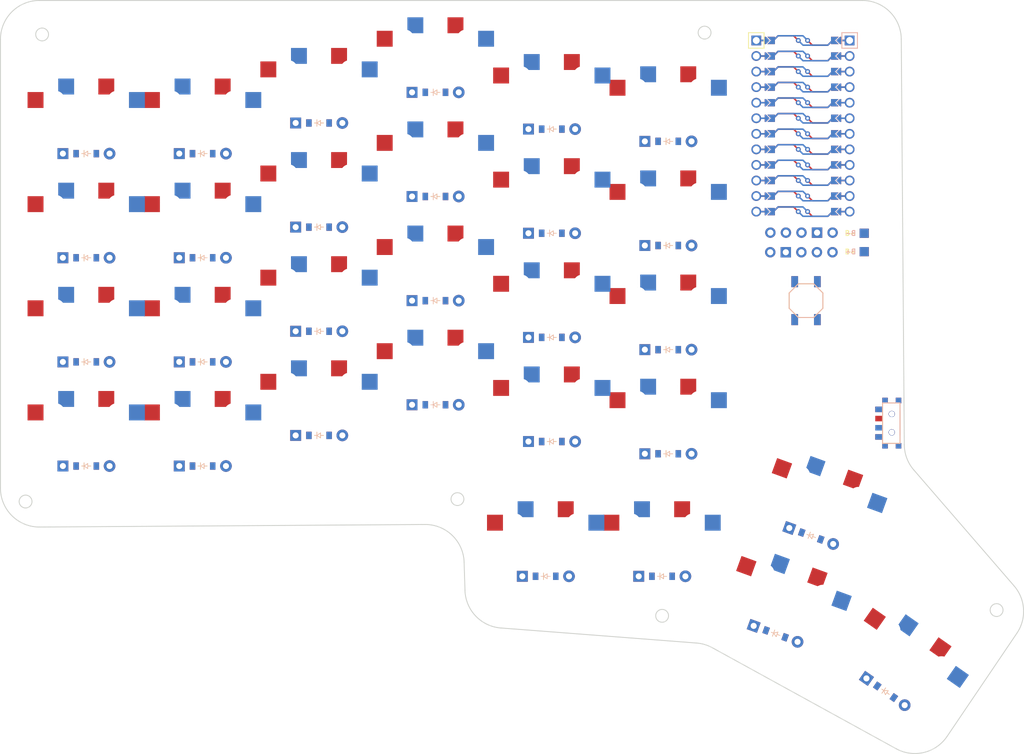
<source format=kicad_pcb>
(kicad_pcb (version 20211014) (generator pcbnew)
  (title_block (title "board") (rev "v1.0.0") (company "Unknown"))
  (layers (0 "F.Cu" signal) (31 "B.Cu" signal) (34 "B.Paste" user) (35 "F.Paste" user) (36 "B.SilkS" user "B.Silkscreen") (37 "F.SilkS" user "F.Silkscreen") (38 "B.Mask" user) (39 "F.Mask" user) (44 "Edge.Cuts" user))
  (net 0 "")
  (net 1 "outer_bottom")
  (net 2 "P20")
  (net 3 "outer_home")
  (net 4 "outer_top")
  (net 5 "outer_num")
  (net 6 "pinky_bottom")
  (net 7 "P19")
  (net 8 "pinky_home")
  (net 9 "pinky_top")
  (net 10 "pinky_num")
  (net 11 "ring_bottom")
  (net 12 "P18")
  (net 13 "ring_home")
  (net 14 "ring_top")
  (net 15 "ring_num")
  (net 16 "middle_bottom")
  (net 17 "P15")
  (net 18 "middle_home")
  (net 19 "middle_top")
  (net 20 "middle_num")
  (net 21 "index_bottom")
  (net 22 "P14")
  (net 23 "index_home")
  (net 24 "index_top")
  (net 25 "index_num")
  (net 26 "inner_bottom")
  (net 27 "P16")
  (net 28 "inner_home")
  (net 29 "inner_top")
  (net 30 "inner_num")
  (net 31 "near1_home")
  (net 32 "near2_home")
  (net 33 "home_home")
  (net 34 "home_top")
  (net 35 "far_home")
  (net 36 "P7")
  (net 37 "P6")
  (net 38 "P5")
  (net 39 "P4")
  (net 40 "P3")
  (net 41 "RAW")
  (net 42 "GND")
  (net 43 "RST")
  (net 44 "VCC")
  (net 45 "P21")
  (net 46 "P10")
  (net 47 "P1")
  (net 48 "P0")
  (net 49 "P2")
  (net 50 "P8")
  (net 51 "P9")
  (net 52 "Bplus")
  (footprint "E73:SPDT_C128955" (layer "F.Cu") (at 131.78121 15.153289 -90)
    (fp_text reference "T1" hide)
    (fp_text value "" hide)
    (pad "" smd rect locked (at -3.7 -1.1 270) (size 0.9 0.9) (layers "B.Cu" "B.Paste" "B.Mask"))
    (pad "" np_thru_hole circle locked (at -1.5 0 15) (size 1 1) (drill 0.9) (layers *.Cu *.Mask))
    (pad "" smd rect locked (at 3.7 1.1 270) (size 0.9 0.9) (layers "B.Cu" "B.Paste" "B.Mask"))
    (pad "" np_thru_hole circle locked (at 1.5 0 15) (size 1 1) (drill 0.9) (layers *.Cu *.Mask))
    (pad "" smd rect locked (at 3.7 -1.1 270) (size 0.9 0.9) (layers "B.Cu" "B.Paste" "B.Mask"))
    (pad "" smd rect locked (at -3.7 1.1 270) (size 0.9 0.9) (layers "B.Cu" "B.Paste" "B.Mask"))
    (pad "1" smd rect locked (at -2.25 2.075 270) (size 0.9 1.25) (layers "B.Cu" "B.Paste" "B.Mask") (net 52 "Bplus"))
    (pad "2" smd rect locked (at 0.75 2.075 270) (size 0.9 1.25) (layers "B.Cu" "B.Paste" "B.Mask") (net 41 "RAW"))
    (pad "3" smd rect locked (at 2.25 2.075 270) (size 0.9 1.25) (layers "B.Cu" "B.Paste" "B.Mask"))
  )
  (footprint "E73:SW_TACT_ALPS_SKQGABE010" (layer "F.Cu") (at 117.781211 -4.846709 -90)
    (fp_text reference "B1" hide)
    (fp_text value "" hide)
    (pad "1" smd rect locked (at 3.1 -1.85 270) (size 1.8 1.1) (layers "F.Cu" "F.Paste" "F.Mask") (net 42 "GND"))
    (pad "1" smd rect locked (at -3.1 -1.85 270) (size 1.8 1.1) (layers "F.Cu" "F.Paste" "F.Mask") (net 42 "GND"))
    (pad "2" smd rect locked (at 3.1 1.85 270) (size 1.8 1.1) (layers "F.Cu" "F.Paste" "F.Mask") (net 43 "RST"))
    (pad "2" smd rect locked (at -3.1 1.85 270) (size 1.8 1.1) (layers "F.Cu" "F.Paste" "F.Mask") (net 43 "RST"))
  )
  (footprint "ComboDiode" (layer "F.Cu") (at 118.630886 33.574157 -20)
    (fp_text reference "D28" hide)
    (fp_text value "" hide)
    (pad "1" smd rect locked (at -1.65 0 340) (size 0.9 1.2) (layers "B.Cu" "B.Paste" "B.Mask") (net 40 "P3"))
    (pad "1" smd rect locked (at -1.65 0 340) (size 0.9 1.2) (layers "F.Cu" "F.Paste" "F.Mask") (net 40 "P3"))
    (pad "1" thru_hole rect locked (at -3.81 0 340) (size 1.778 1.778) (drill 0.9906) (layers *.Cu *.Mask) (net 40 "P3"))
    (pad "2" thru_hole circle locked (at 3.81 0 340) (size 1.905 1.905) (drill 0.9906) (layers *.Cu *.Mask) (net 34 "home_top"))
    (pad "2" smd rect locked (at 1.65 0 340) (size 0.9 1.2) (layers "B.Cu" "B.Paste" "B.Mask") (net 34 "home_top"))
    (pad "2" smd rect locked (at 1.65 0 340) (size 0.9 1.2) (layers "F.Cu" "F.Paste" "F.Mask") (net 34 "home_top"))
  )
  (footprint "ComboDiode" (layer "F.Cu") (at 95.281211 -30.846711)
    (fp_text reference "D24" hide)
    (fp_text value "" hide)
    (pad "1" smd rect locked (at -1.65 0) (size 0.9 1.2) (layers "F.Cu" "F.Paste" "F.Mask") (net 39 "P4"))
    (pad "1" thru_hole rect locked (at -3.81 0) (size 1.778 1.778) (drill 0.9906) (layers *.Cu *.Mask) (net 39 "P4"))
    (pad "1" smd rect locked (at -1.65 0) (size 0.9 1.2) (layers "B.Cu" "B.Paste" "B.Mask") (net 39 "P4"))
    (pad "2" thru_hole circle locked (at 3.81 0) (size 1.905 1.905) (drill 0.9906) (layers *.Cu *.Mask) (net 30 "inner_num"))
    (pad "2" smd rect locked (at 1.65 0) (size 0.9 1.2) (layers "B.Cu" "B.Paste" "B.Mask") (net 30 "inner_num"))
    (pad "2" smd rect locked (at 1.65 0) (size 0.9 1.2) (layers "F.Cu" "F.Paste" "F.Mask") (net 30 "inner_num"))
  )
  (footprint "ComboDiode" (layer "F.Cu") (at 76.281211 1.153289)
    (fp_text reference "D18" hide)
    (fp_text value "" hide)
    (pad "1" smd rect locked (at -1.65 0) (size 0.9 1.2) (layers "B.Cu" "B.Paste" "B.Mask") (net 37 "P6"))
    (pad "1" thru_hole rect locked (at -3.81 0) (size 1.778 1.778) (drill 0.9906) (layers *.Cu *.Mask) (net 37 "P6"))
    (pad "1" smd rect locked (at -1.65 0) (size 0.9 1.2) (layers "F.Cu" "F.Paste" "F.Mask") (net 37 "P6"))
    (pad "2" smd rect locked (at 1.65 0) (size 0.9 1.2) (layers "B.Cu" "B.Paste" "B.Mask") (net 23 "index_home"))
    (pad "2" smd rect locked (at 1.65 0) (size 0.9 1.2) (layers "F.Cu" "F.Paste" "F.Mask") (net 23 "index_home"))
    (pad "2" thru_hole circle locked (at 3.81 0) (size 1.905 1.905) (drill 0.9906) (layers *.Cu *.Mask) (net 23 "index_home"))
  )
  (footprint "ComboDiode" (layer "F.Cu") (at 76.28121 18.153289)
    (fp_text reference "D17" hide)
    (fp_text value "" hide)
    (pad "1" smd rect locked (at -1.65 0) (size 0.9 1.2) (layers "F.Cu" "F.Paste" "F.Mask") (net 36 "P7"))
    (pad "1" thru_hole rect locked (at -3.81 0) (size 1.778 1.778) (drill 0.9906) (layers *.Cu *.Mask) (net 36 "P7"))
    (pad "1" smd rect locked (at -1.65 0) (size 0.9 1.2) (layers "B.Cu" "B.Paste" "B.Mask") (net 36 "P7"))
    (pad "2" thru_hole circle locked (at 3.81 0) (size 1.905 1.905) (drill 0.9906) (layers *.Cu *.Mask) (net 21 "index_bottom"))
    (pad "2" smd rect locked (at 1.65 0) (size 0.9 1.2) (layers "B.Cu" "B.Paste" "B.Mask") (net 21 "index_bottom"))
    (pad "2" smd rect locked (at 1.65 0) (size 0.9 1.2) (layers "F.Cu" "F.Paste" "F.Mask") (net 21 "index_bottom"))
  )
  (footprint "SMDPad" (layer "F.Cu") (at 127.28121 -15.846711)
    (fp_text reference "PAD2" hide)
    (fp_text value "" hide)
    (fp_text user "B-" (at -2.25 0) (layer "B.SilkS") (effects (font (size 0.8 0.8)) (justify mirror)))
    (fp_text user "B-" (at -2.25 0) (layer "F.SilkS") (effects (font (size 0.8 0.8))))
    (pad "1" smd rect locked (at 0 0) (size 1.5 1.5) (layers "B.Cu" "B.Paste" "B.Mask") (net 42 "GND"))
    (pad "1" smd rect locked (at 0 0) (size 1.5 1.5) (layers "F.Cu" "F.Paste" "F.Mask") (net 42 "GND"))
  )
  (footprint "ComboDiode" (layer "F.Cu") (at 38.28121 -16.84671)
    (fp_text reference "D11" hide)
    (fp_text value "" hide)
    (pad "1" smd rect locked (at -1.65 0) (size 0.9 1.2) (layers "F.Cu" "F.Paste" "F.Mask") (net 38 "P5"))
    (pad "1" thru_hole rect locked (at -3.81 0) (size 1.778 1.778) (drill 0.9906) (layers *.Cu *.Mask) (net 38 "P5"))
    (pad "1" smd rect locked (at -1.65 0) (size 0.9 1.2) (layers "B.Cu" "B.Paste" "B.Mask") (net 38 "P5"))
    (pad "2" smd rect locked (at 1.65 0) (size 0.9 1.2) (layers "F.Cu" "F.Paste" "F.Mask") (net 14 "ring_top"))
    (pad "2" thru_hole circle locked (at 3.81 0) (size 1.905 1.905) (drill 0.9906) (layers *.Cu *.Mask) (net 14 "ring_top"))
    (pad "2" smd rect locked (at 1.65 0) (size 0.9 1.2) (layers "B.Cu" "B.Paste" "B.Mask") (net 14 "ring_top"))
  )
  (footprint "PG1350" (layer "F.Cu") (at 76.281211 13.153289)
    (fp_text reference "S17" hide)
    (fp_text value "" hide)
    (pad "" np_thru_hole circle locked (at -5.5 0 15) (size 1.7018 1.7018) (drill 1.7018) (layers *.Cu *.Mask))
    (pad "" np_thru_hole circle locked (at 5 -3.75 15) (size 3 3) (drill 3) (layers *.Cu *.Mask))
    (pad "" np_thru_hole circle locked (at 0 -5.95 15) (size 3 3) (drill 3) (layers *.Cu *.Mask))
    (pad "" np_thru_hole circle locked (at 0 -5.95 15) (size 3 3) (drill 3) (layers *.Cu *.Mask))
    (pad "" np_thru_hole circle locked (at 0 0 15) (size 3.429 3.429) (drill 3.429) (layers *.Cu *.Mask))
    (pad "" np_thru_hole circle locked (at -5 -3.75 15) (size 3 3) (drill 3) (layers *.Cu *.Mask))
    (pad "" np_thru_hole circle locked (at 5.5 0 15) (size 1.7018 1.7018) (drill 1.7018) (layers *.Cu *.Mask))
    (pad "1" smd rect locked (at 3.275 -5.95) (size 2.6 2.6) (layers "F.Cu" "F.Paste" "F.Mask") (net 21 "index_bottom"))
    (pad "1" smd rect locked (at -3.275 -5.95) (size 2.6 2.6) (layers "B.Cu" "B.Paste" "B.Mask") (net 21 "index_bottom"))
    (pad "2" smd rect locked (at -8.275 -3.75) (size 2.6 2.6) (layers "F.Cu" "F.Paste" "F.Mask") (net 22 "P14"))
    (pad "2" smd rect locked (at 8.275 -3.75) (size 2.6 2.6) (layers "B.Cu" "B.Paste" "B.Mask") (net 22 "P14"))
  )
  (footprint "PG1350" (layer "F.Cu") (at 76.28121 -20.84671)
    (fp_text reference "S19" hide)
    (fp_text value "" hide)
    (pad "" np_thru_hole circle locked (at 5.5 0 15) (size 1.7018 1.7018) (drill 1.7018) (layers *.Cu *.Mask))
    (pad "" np_thru_hole circle locked (at 5 -3.75 15) (size 3 3) (drill 3) (layers *.Cu *.Mask))
    (pad "" np_thru_hole circle locked (at 0 -5.95 15) (size 3 3) (drill 3) (layers *.Cu *.Mask))
    (pad "" np_thru_hole circle locked (at 0 -5.95 15) (size 3 3) (drill 3) (layers *.Cu *.Mask))
    (pad "" np_thru_hole circle locked (at -5 -3.75 15) (size 3 3) (drill 3) (layers *.Cu *.Mask))
    (pad "" np_thru_hole circle locked (at -5.5 0 15) (size 1.7018 1.7018) (drill 1.7018) (layers *.Cu *.Mask))
    (pad "" np_thru_hole circle locked (at 0 0 15) (size 3.429 3.429) (drill 3.429) (layers *.Cu *.Mask))
    (pad "1" smd rect locked (at 3.275 -5.95) (size 2.6 2.6) (layers "F.Cu" "F.Paste" "F.Mask") (net 24 "index_top"))
    (pad "1" smd rect locked (at -3.275 -5.95) (size 2.6 2.6) (layers "B.Cu" "B.Paste" "B.Mask") (net 24 "index_top"))
    (pad "2" smd rect locked (at 8.275 -3.75) (size 2.6 2.6) (layers "B.Cu" "B.Paste" "B.Mask") (net 22 "P14"))
    (pad "2" smd rect locked (at -8.275 -3.75) (size 2.6 2.6) (layers "F.Cu" "F.Paste" "F.Mask") (net 22 "P14"))
  )
  (footprint "E73:SW_TACT_ALPS_SKQGABE010" (layer "F.Cu") (at 117.781211 -4.846709 -90)
    (fp_text reference "B2" hide)
    (fp_text value "" hide)
    (pad "1" smd rect locked (at 3.1 -1.85 270) (size 1.8 1.1) (layers "B.Cu" "B.Paste" "B.Mask") (net 42 "GND"))
    (pad "1" smd rect locked (at -3.1 -1.85 270) (size 1.8 1.1) (layers "B.Cu" "B.Paste" "B.Mask") (net 42 "GND"))
    (pad "2" smd rect locked (at 3.1 1.85 270) (size 1.8 1.1) (layers "B.Cu" "B.Paste" "B.Mask") (net 43 "RST"))
    (pad "2" smd rect locked (at -3.1 1.85 270) (size 1.8 1.1) (layers "B.Cu" "B.Paste" "B.Mask") (net 43 "RST"))
  )
  (footprint "ComboDiode" (layer "F.Cu") (at 19.28121 5.153289)
    (fp_text reference "D6" hide)
    (fp_text value "" hide)
    (pad "1" smd rect locked (at -1.65 0) (size 0.9 1.2) (layers "F.Cu" "F.Paste" "F.Mask") (net 37 "P6"))
    (pad "1" thru_hole rect locked (at -3.81 0) (size 1.778 1.778) (drill 0.9906) (layers *.Cu *.Mask) (net 37 "P6"))
    (pad "1" smd rect locked (at -1.65 0) (size 0.9 1.2) (layers "B.Cu" "B.Paste" "B.Mask") (net 37 "P6"))
    (pad "2" smd rect locked (at 1.65 0) (size 0.9 1.2) (layers "B.Cu" "B.Paste" "B.Mask") (net 8 "pinky_home"))
    (pad "2" smd rect locked (at 1.65 0) (size 0.9 1.2) (layers "F.Cu" "F.Paste" "F.Mask") (net 8 "pinky_home"))
    (pad "2" thru_hole circle locked (at 3.81 0) (size 1.905 1.905) (drill 0.9906) (layers *.Cu *.Mask) (net 8 "pinky_home"))
  )
  (footprint "PG1350" (layer "F.Cu") (at 57.28121 -43.846711)
    (fp_text reference "S16" hide)
    (fp_text value "" hide)
    (pad "" np_thru_hole circle locked (at 0 -5.95 15) (size 3 3) (drill 3) (layers *.Cu *.Mask))
    (pad "" np_thru_hole circle locked (at -5.5 0 15) (size 1.7018 1.7018) (drill 1.7018) (layers *.Cu *.Mask))
    (pad "" np_thru_hole circle locked (at 0 0 15) (size 3.429 3.429) (drill 3.429) (layers *.Cu *.Mask))
    (pad "" np_thru_hole circle locked (at 0 -5.95 15) (size 3 3) (drill 3) (layers *.Cu *.Mask))
    (pad "" np_thru_hole circle locked (at 5 -3.75 15) (size 3 3) (drill 3) (layers *.Cu *.Mask))
    (pad "" np_thru_hole circle locked (at 5.5 0 15) (size 1.7018 1.7018) (drill 1.7018) (layers *.Cu *.Mask))
    (pad "" np_thru_hole circle locked (at -5 -3.75 15) (size 3 3) (drill 3) (layers *.Cu *.Mask))
    (pad "1" smd rect locked (at 3.275 -5.95) (size 2.6 2.6) (layers "F.Cu" "F.Paste" "F.Mask") (net 20 "middle_num"))
    (pad "1" smd rect locked (at -3.275 -5.95) (size 2.6 2.6) (layers "B.Cu" "B.Paste" "B.Mask") (net 20 "middle_num"))
    (pad "2" smd rect locked (at 8.275 -3.75) (size 2.6 2.6) (layers "B.Cu" "B.Paste" "B.Mask") (net 17 "P15"))
    (pad "2" smd rect locked (at -8.275 -3.75) (size 2.6 2.6) (layers "F.Cu" "F.Paste" "F.Mask") (net 17 "P15"))
  )
  (footprint "PG1350" (layer "F.Cu") (at 38.28121 -21.846711)
    (fp_text reference "S11" hide)
    (fp_text value "" hide)
    (pad "" np_thru_hole circle locked (at 0 0 15) (size 3.429 3.429) (drill 3.429) (layers *.Cu *.Mask))
    (pad "" np_thru_hole circle locked (at -5.5 0 15) (size 1.7018 1.7018) (drill 1.7018) (layers *.Cu *.Mask))
    (pad "" np_thru_hole circle locked (at 5 -3.75 15) (size 3 3) (drill 3) (layers *.Cu *.Mask))
    (pad "" np_thru_hole circle locked (at 5.5 0 15) (size 1.7018 1.7018) (drill 1.7018) (layers *.Cu *.Mask))
    (pad "" np_thru_hole circle locked (at 0 -5.95 15) (size 3 3) (drill 3) (layers *.Cu *.Mask))
    (pad "" np_thru_hole circle locked (at 0 -5.95 15) (size 3 3) (drill 3) (layers *.Cu *.Mask))
    (pad "" np_thru_hole circle locked (at -5 -3.75 15) (size 3 3) (drill 3) (layers *.Cu *.Mask))
    (pad "1" smd rect locked (at -3.275 -5.95) (size 2.6 2.6) (layers "B.Cu" "B.Paste" "B.Mask") (net 14 "ring_top"))
    (pad "1" smd rect locked (at 3.275 -5.95) (size 2.6 2.6) (layers "F.Cu" "F.Paste" "F.Mask") (net 14 "ring_top"))
    (pad "2" smd rect locked (at -8.275 -3.75) (size 2.6 2.6) (layers "F.Cu" "F.Paste" "F.Mask") (net 12 "P18"))
    (pad "2" smd rect locked (at 8.275 -3.75) (size 2.6 2.6) (layers "B.Cu" "B.Paste" "B.Mask") (net 12 "P18"))
  )
  (footprint "ComboDiode" (layer "F.Cu") (at 130.764397 59.002357 -35)
    (fp_text reference "D29" hide)
    (fp_text value "" hide)
    (pad "1" smd rect locked (at -1.65 0 325) (size 0.9 1.2) (layers "F.Cu" "F.Paste" "F.Mask") (net 40 "P3"))
    (pad "1" smd rect locked (at -1.65 0 325) (size 0.9 1.2) (layers "B.Cu" "B.Paste" "B.Mask") (net 40 "P3"))
    (pad "1" thru_hole rect locked (at -3.81 0 325) (size 1.778 1.778) (drill 0.9906) (layers *.Cu *.Mask) (net 40 "P3"))
    (pad "2" thru_hole circle locked (at 3.81 0 325) (size 1.905 1.905) (drill 0.9906) (layers *.Cu *.Mask) (net 35 "far_home"))
    (pad "2" smd rect locked (at 1.65 0 325) (size 0.9 1.2) (layers "B.Cu" "B.Paste" "B.Mask") (net 35 "far_home"))
    (pad "2" smd rect locked (at 1.65 0 325) (size 0.9 1.2) (layers "F.Cu" "F.Paste" "F.Mask") (net 35 "far_home"))
  )
  (footprint "PG1350" (layer "F.Cu") (at 57.28121 -9.846711)
    (fp_text reference "S14" hide)
    (fp_text value "" hide)
    (pad "" np_thru_hole circle locked (at 0 -5.95 15) (size 3 3) (drill 3) (layers *.Cu *.Mask))
    (pad "" np_thru_hole circle locked (at -5.5 0 15) (size 1.7018 1.7018) (drill 1.7018) (layers *.Cu *.Mask))
    (pad "" np_thru_hole circle locked (at 0 -5.95 15) (size 3 3) (drill 3) (layers *.Cu *.Mask))
    (pad "" np_thru_hole circle locked (at 5.5 0 15) (size 1.7018 1.7018) (drill 1.7018) (layers *.Cu *.Mask))
    (pad "" np_thru_hole circle locked (at -5 -3.75 15) (size 3 3) (drill 3) (layers *.Cu *.Mask))
    (pad "" np_thru_hole circle locked (at 0 0 15) (size 3.429 3.429) (drill 3.429) (layers *.Cu *.Mask))
    (pad "" np_thru_hole circle locked (at 5 -3.75 15) (size 3 3) (drill 3) (layers *.Cu *.Mask))
    (pad "1" smd rect locked (at 3.275 -5.95) (size 2.6 2.6) (layers "F.Cu" "F.Paste" "F.Mask") (net 18 "middle_home"))
    (pad "1" smd rect locked (at -3.275 -5.95) (size 2.6 2.6) (layers "B.Cu" "B.Paste" "B.Mask") (net 18 "middle_home"))
    (pad "2" smd rect locked (at 8.275 -3.75) (size 2.6 2.6) (layers "B.Cu" "B.Paste" "B.Mask") (net 17 "P15"))
    (pad "2" smd rect locked (at -8.275 -3.75) (size 2.6 2.6) (layers "F.Cu" "F.Paste" "F.Mask") (net 17 "P15"))
  )
  (footprint "SMDPad" (layer "F.Cu") (at 127.28121 -12.84671)
    (fp_text reference "PAD1" hide)
    (fp_text value "" hide)
    (fp_text user "B+" (at -2.25 0) (layer "B.SilkS") (effects (font (size 0.8 0.8)) (justify mirror)))
    (fp_text user "B+" (at -2.25 0) (layer "F.SilkS") (effects (font (size 0.8 0.8))))
    (pad "1" smd rect locked (at 0 0) (size 1.5 1.5) (layers "B.Cu" "B.Paste" "B.Mask") (net 52 "Bplus"))
    (pad "1" smd rect locked (at 0 0) (size 1.5 1.5) (layers "F.Cu" "F.Paste" "F.Mask") (net 52 "Bplus"))
  )
  (footprint "PG1350" (layer "F.Cu") (at 76.28121 -37.84671)
    (fp_text reference "S20" hide)
    (fp_text value "" hide)
    (pad "" np_thru_hole circle locked (at 5 -3.75 15) (size 3 3) (drill 3) (layers *.Cu *.Mask))
    (pad "" np_thru_hole circle locked (at 0 0 15) (size 3.429 3.429) (drill 3.429) (layers *.Cu *.Mask))
    (pad "" np_thru_hole circle locked (at -5 -3.75 15) (size 3 3) (drill 3) (layers *.Cu *.Mask))
    (pad "" np_thru_hole circle locked (at 5.5 0 15) (size 1.7018 1.7018) (drill 1.7018) (layers *.Cu *.Mask))
    (pad "" np_thru_hole circle locked (at -5.5 0 15) (size 1.7018 1.7018) (drill 1.7018) (layers *.Cu *.Mask))
    (pad "" np_thru_hole circle locked (at 0 -5.95 15) (size 3 3) (drill 3) (layers *.Cu *.Mask))
    (pad "" np_thru_hole circle locked (at 0 -5.95 15) (size 3 3) (drill 3) (layers *.Cu *.Mask))
    (pad "1" smd rect locked (at 3.275 -5.95) (size 2.6 2.6) (layers "F.Cu" "F.Paste" "F.Mask") (net 25 "index_num"))
    (pad "1" smd rect locked (at -3.275 -5.95) (size 2.6 2.6) (layers "B.Cu" "B.Paste" "B.Mask") (net 25 "index_num"))
    (pad "2" smd rect locked (at 8.275 -3.75) (size 2.6 2.6) (layers "B.Cu" "B.Paste" "B.Mask") (net 22 "P14"))
    (pad "2" smd rect locked (at -8.275 -3.75) (size 2.6 2.6) (layers "F.Cu" "F.Paste" "F.Mask") (net 22 "P14"))
  )
  (footprint "PG1350" (layer "F.Cu") (at 95.281209 -18.846711)
    (fp_text reference "S23" hide)
    (fp_text value "" hide)
    (pad "" np_thru_hole circle locked (at 0 0 15) (size 3.429 3.429) (drill 3.429) (layers *.Cu *.Mask))
    (pad "" np_thru_hole circle locked (at 0 -5.95 15) (size 3 3) (drill 3) (layers *.Cu *.Mask))
    (pad "" np_thru_hole circle locked (at -5.5 0 15) (size 1.7018 1.7018) (drill 1.7018) (layers *.Cu *.Mask))
    (pad "" np_thru_hole circle locked (at 5.5 0 15) (size 1.7018 1.7018) (drill 1.7018) (layers *.Cu *.Mask))
    (pad "" np_thru_hole circle locked (at 0 -5.95 15) (size 3 3) (drill 3) (layers *.Cu *.Mask))
    (pad "" np_thru_hole circle locked (at 5 -3.75 15) (size 3 3) (drill 3) (layers *.Cu *.Mask))
    (pad "" np_thru_hole circle locked (at -5 -3.75 15) (size 3 3) (drill 3) (layers *.Cu *.Mask))
    (pad "1" smd rect locked (at -3.275 -5.95) (size 2.6 2.6) (layers "B.Cu" "B.Paste" "B.Mask") (net 29 "inner_top"))
    (pad "1" smd rect locked (at 3.275 -5.95) (size 2.6 2.6) (layers "F.Cu" "F.Paste" "F.Mask") (net 29 "inner_top"))
    (pad "2" smd rect locked (at -8.275 -3.75) (size 2.6 2.6) (layers "F.Cu" "F.Paste" "F.Mask") (net 27 "P16"))
    (pad "2" smd rect locked (at 8.275 -3.75) (size 2.6 2.6) (layers "B.Cu" "B.Paste" "B.Mask") (net 27 "P16"))
  )
  (footprint "PG1350" (layer "F.Cu") (at 19.28121 17.153289)
    (fp_text reference "S5" hide)
    (fp_text value "" hide)
    (pad "" np_thru_hole circle locked (at 0 -5.95 15) (size 3 3) (drill 3) (layers *.Cu *.Mask))
    (pad "" np_thru_hole circle locked (at 0 0 15) (size 3.429 3.429) (drill 3.429) (layers *.Cu *.Mask))
    (pad "" np_thru_hole circle locked (at -5 -3.75 15) (size 3 3) (drill 3) (layers *.Cu *.Mask))
    (pad "" np_thru_hole circle locked (at 0 -5.95 15) (size 3 3) (drill 3) (layers *.Cu *.Mask))
    (pad "" np_thru_hole circle locked (at 5.5 0 15) (size 1.7018 1.7018) (drill 1.7018) (layers *.Cu *.Mask))
    (pad "" np_thru_hole circle locked (at -5.5 0 15) (size 1.7018 1.7018) (drill 1.7018) (layers *.Cu *.Mask))
    (pad "" np_thru_hole circle locked (at 5 -3.75 15) (size 3 3) (drill 3) (layers *.Cu *.Mask))
    (pad "1" smd rect locked (at -3.275 -5.95) (size 2.6 2.6) (layers "B.Cu" "B.Paste" "B.Mask") (net 6 "pinky_bottom"))
    (pad "1" smd rect locked (at 3.275 -5.95) (size 2.6 2.6) (layers "F.Cu" "F.Paste" "F.Mask") (net 6 "pinky_bottom"))
    (pad "2" smd rect locked (at -8.275 -3.75) (size 2.6 2.6) (layers "F.Cu" "F.Paste" "F.Mask") (net 7 "P19"))
    (pad "2" smd rect locked (at 8.275 -3.75) (size 2.6 2.6) (layers "B.Cu" "B.Paste" "B.Mask") (net 7 "P19"))
  )
  (footprint "ComboDiode" (layer "F.Cu") (at 76.28121 -15.846711)
    (fp_text reference "D19" hide)
    (fp_text value "" hide)
    (pad "1" thru_hole rect locked (at -3.81 0) (size 1.778 1.778) (drill 0.9906) (layers *.Cu *.Mask) (net 38 "P5"))
    (pad "1" smd rect locked (at -1.65 0) (size 0.9 1.2) (layers "B.Cu" "B.Paste" "B.Mask") (net 38 "P5"))
    (pad "1" smd rect locked (at -1.65 0) (size 0.9 1.2) (layers "F.Cu" "F.Paste" "F.Mask") (net 38 "P5"))
    (pad "2" smd rect locked (at 1.65 0) (size 0.9 1.2) (layers "F.Cu" "F.Paste" "F.Mask") (net 24 "index_top"))
    (pad "2" thru_hole circle locked (at 3.81 0) (size 1.905 1.905) (drill 0.9906) (layers *.Cu *.Mask) (net 24 "index_top"))
    (pad "2" smd rect locked (at 1.65 0) (size 0.9 1.2) (layers "B.Cu" "B.Paste" "B.Mask") (net 24 "index_top"))
  )
  (footprint "ComboDiode" (layer "F.Cu") (at 0.281209 -11.846711)
    (fp_text reference "D3" hide)
    (fp_text value "" hide)
    (pad "1" smd rect locked (at -1.65 0) (size 0.9 1.2) (layers "B.Cu" "B.Paste" "B.Mask") (net 38 "P5"))
    (pad "1" smd rect locked (at -1.65 0) (size 0.9 1.2) (layers "F.Cu" "F.Paste" "F.Mask") (net 38 "P5"))
    (pad "1" thru_hole rect locked (at -3.81 0) (size 1.778 1.778) (drill 0.9906) (layers *.Cu *.Mask) (net 38 "P5"))
    (pad "2" smd rect locked (at 1.65 0) (size 0.9 1.2) (layers "B.Cu" "B.Paste" "B.Mask") (net 4 "outer_top"))
    (pad "2" thru_hole circle locked (at 3.81 0) (size 1.905 1.905) (drill 0.9906) (layers *.Cu *.Mask) (net 4 "outer_top"))
    (pad "2" smd rect locked (at 1.65 0) (size 0.9 1.2) (layers "F.Cu" "F.Paste" "F.Mask") (net 4 "outer_top"))
  )
  (footprint "PG1350" (layer "F.Cu") (at 19.28121 -16.84671)
    (fp_text reference "S7" hide)
    (fp_text value "" hide)
    (pad "" np_thru_hole circle locked (at -5 -3.75 15) (size 3 3) (drill 3) (layers *.Cu *.Mask))
    (pad "" np_thru_hole circle locked (at 5 -3.75 15) (size 3 3) (drill 3) (layers *.Cu *.Mask))
    (pad "" np_thru_hole circle locked (at 0 -5.95 15) (size 3 3) (drill 3) (layers *.Cu *.Mask))
    (pad "" np_thru_hole circle locked (at 0 0 15) (size 3.429 3.429) (drill 3.429) (layers *.Cu *.Mask))
    (pad "" np_thru_hole circle locked (at -5.5 0 15) (size 1.7018 1.7018) (drill 1.7018) (layers *.Cu *.Mask))
    (pad "" np_thru_hole circle locked (at 5.5 0 15) (size 1.7018 1.7018) (drill 1.7018) (layers *.Cu *.Mask))
    (pad "" np_thru_hole circle locked (at 0 -5.95 15) (size 3 3) (drill 3) (layers *.Cu *.Mask))
    (pad "1" smd rect locked (at -3.275 -5.95) (size 2.6 2.6) (layers "B.Cu" "B.Paste" "B.Mask") (net 9 "pinky_top"))
    (pad "1" smd rect locked (at 3.275 -5.95) (size 2.6 2.6) (layers "F.Cu" "F.Paste" "F.Mask") (net 9 "pinky_top"))
    (pad "2" smd rect locked (at 8.275 -3.75) (size 2.6 2.6) (layers "B.Cu" "B.Paste" "B.Mask") (net 7 "P19"))
    (pad "2" smd rect locked (at -8.275 -3.75) (size 2.6 2.6) (layers "F.Cu" "F.Paste" "F.Mask") (net 7 "P19"))
  )
  (footprint "ComboDiode" (layer "F.Cu") (at 0.28121 -28.846711)
    (fp_text reference "D4" hide)
    (fp_text value "" hide)
    (pad "1" smd rect locked (at -1.65 0) (size 0.9 1.2) (layers "B.Cu" "B.Paste" "B.Mask") (net 39 "P4"))
    (pad "1" smd rect locked (at -1.65 0) (size 0.9 1.2) (layers "F.Cu" "F.Paste" "F.Mask") (net 39 "P4"))
    (pad "1" thru_hole rect locked (at -3.81 0) (size 1.778 1.778) (drill 0.9906) (layers *.Cu *.Mask) (net 39 "P4"))
    (pad "2" thru_hole circle locked (at 3.81 0) (size 1.905 1.905) (drill 0.9906) (layers *.Cu *.Mask) (net 5 "outer_num"))
    (pad "2" smd rect locked (at 1.65 0) (size 0.9 1.2) (layers "B.Cu" "B.Paste" "B.Mask") (net 5 "outer_num"))
    (pad "2" smd rect locked (at 1.65 0) (size 0.9 1.2) (layers "F.Cu" "F.Paste" "F.Mask") (net 5 "outer_num"))
  )
  (footprint "ComboDiode" (layer "F.Cu") (at 94.281211 40.153289)
    (fp_text reference "D26" hide)
    (fp_text value "" hide)
    (pad "1" smd rect locked (at -1.65 0) (size 0.9 1.2) (layers "F.Cu" "F.Paste" "F.Mask") (net 40 "P3"))
    (pad "1" smd rect locked (at -1.65 0) (size 0.9 1.2) (layers "B.Cu" "B.Paste" "B.Mask") (net 40 "P3"))
    (pad "1" thru_hole rect locked (at -3.81 0) (size 1.778 1.778) (drill 0.9906) (layers *.Cu *.Mask) (net 40 "P3"))
    (pad "2" smd rect locked (at 1.65 0) (size 0.9 1.2) (layers "F.Cu" "F.Paste" "F.Mask") (net 32 "near2_home"))
    (pad "2" smd rect locked (at 1.65 0) (size 0.9 1.2) (layers "B.Cu" "B.Paste" "B.Mask") (net 32 "near2_home"))
    (pad "2" thru_hole circle locked (at 3.81 0) (size 1.905 1.905) (drill 0.9906) (layers *.Cu *.Mask) (net 32 "near2_home"))
  )
  (footprint "PG1350" (layer "F.Cu") (at 114.526644 44.850468 -20)
    (fp_text reference "S27" hide)
    (fp_text value "" hide)
    (pad "" np_thru_hole circle locked (at 0 -5.95 15) (size 3 3) (drill 3) (layers *.Cu *.Mask))
    (pad "" np_thru_hole circle locked (at 5.5 0 15) (size 1.7018 1.7018) (drill 1.7018) (layers *.Cu *.Mask))
    (pad "" np_thru_hole circle locked (at 0 -5.95 15) (size 3 3) (drill 3) (layers *.Cu *.Mask))
    (pad "" np_thru_hole circle locked (at 0 0 15) (size 3.429 3.429) (drill 3.429) (layers *.Cu *.Mask))
    (pad "" np_thru_hole circle locked (at 5 -3.75 15) (size 3 3) (drill 3) (layers *.Cu *.Mask))
    (pad "" np_thru_hole circle locked (at -5.5 0 15) (size 1.7018 1.7018) (drill 1.7018) (layers *.Cu *.Mask))
    (pad "" np_thru_hole circle locked (at -5 -3.75 15) (size 3 3) (drill 3) (layers *.Cu *.Mask))
    (pad "1" smd rect locked (at 3.275 -5.95 340) (size 2.6 2.6) (layers "F.Cu" "F.Paste" "F.Mask") (net 33 "home_home"))
    (pad "1" smd rect locked (at -3.275 -5.95 340) (size 2.6 2.6) (layers "B.Cu" "B.Paste" "B.Mask") (net 33 "home_home"))
    (pad "2" smd rect locked (at -8.275 -3.75 340) (size 2.6 2.6) (layers "F.Cu" "F.Paste" "F.Mask") (net 12 "P18"))
    (pad "2" smd rect locked (at 8.275 -3.75 340) (size 2.6 2.6) (layers "B.Cu" "B.Paste" "B.Mask") (net 12 "P18"))
  )
  (footprint "ComboDiode" (layer "F.Cu") (at 38.28121 17.15329)
    (fp_text reference "D9" hide)
    (fp_text value "" hide)
    (pad "1" smd rect locked (at -1.65 0) (size 0.9 1.2) (layers "F.Cu" "F.Paste" "F.Mask") (net 36 "P7"))
    (pad "1" thru_hole rect locked (at -3.81 0) (size 1.778 1.778) (drill 0.9906) (layers *.Cu *.Mask) (net 36 "P7"))
    (pad "1" smd rect locked (at -1.65 0) (size 0.9 1.2) (layers "B.Cu" "B.Paste" "B.Mask") (net 36 "P7"))
    (pad "2" smd rect locked (at 1.65 0) (size 0.9 1.2) (layers "F.Cu" "F.Paste" "F.Mask") (net 11 "ring_bottom"))
    (pad "2" smd rect locked (at 1.65 0) (size 0.9 1.2) (layers "B.Cu" "B.Paste" "B.Mask") (net 11 "ring_bottom"))
    (pad "2" thru_hole circle locked (at 3.81 0) (size 1.905 1.905) (drill 0.9906) (layers *.Cu *.Mask) (net 11 "ring_bottom"))
  )
  (footprint "ComboDiode" (layer "F.Cu") (at 95.281211 3.153289)
    (fp_text reference "D22" hide)
    (fp_text value "" hide)
    (pad "1" smd rect locked (at -1.65 0) (size 0.9 1.2) (layers "F.Cu" "F.Paste" "F.Mask") (net 37 "P6"))
    (pad "1" thru_hole rect locked (at -3.81 0) (size 1.778 1.778) (drill 0.9906) (layers *.Cu *.Mask) (net 37 "P6"))
    (pad "1" smd rect locked (at -1.65 0) (size 0.9 1.2) (layers "B.Cu" "B.Paste" "B.Mask") (net 37 "P6"))
    (pad "2" thru_hole circle locked (at 3.81 0) (size 1.905 1.905) (drill 0.9906) (layers *.Cu *.Mask) (net 28 "inner_home"))
    (pad "2" smd rect locked (at 1.65 0) (size 0.9 1.2) (layers "B.Cu" "B.Paste" "B.Mask") (net 28 "inner_home"))
    (pad "2" smd rect locked (at 1.65 0) (size 0.9 1.2) (layers "F.Cu" "F.Paste" "F.Mask") (net 28 "inner_home"))
  )
  (footprint "ComboDiode" (layer "F.Cu") (at 38.281211 -33.846711)
    (fp_text reference "D12" hide)
    (fp_text value "" hide)
    (pad "1" smd rect locked (at -1.65 0) (size 0.9 1.2) (layers "B.Cu" "B.Paste" "B.Mask") (net 39 "P4"))
    (pad "1" thru_hole rect locked (at -3.81 0) (size 1.778 1.778) (drill 0.9906) (layers *.Cu *.Mask) (net 39 "P4"))
    (pad "1" smd rect locked (at -1.65 0) (size 0.9 1.2) (layers "F.Cu" "F.Paste" "F.Mask") (net 39 "P4"))
    (pad "2" smd rect locked (at 1.65 0) (size 0.9 1.2) (layers "F.Cu" "F.Paste" "F.Mask") (net 15 "ring_num"))
    (pad "2" smd rect locked (at 1.65 0) (size 0.9 1.2) (layers "B.Cu" "B.Paste" "B.Mask") (net 15 "ring_num"))
    (pad "2" thru_hole circle locked (at 3.81 0) (size 1.905 1.905) (drill 0.9906) (layers *.Cu *.Mask) (net 15 "ring_num"))
  )
  (footprint "PG1350" (layer "F.Cu") (at 19.281212 0.15329)
    (fp_text reference "S6" hide)
    (fp_text value "" hide)
    (pad "" np_thru_hole circle locked (at 0 -5.95 15) (size 3 3) (drill 3) (layers *.Cu *.Mask))
    (pad "" np_thru_hole circle locked (at 0 -5.95 15) (size 3 3) (drill 3) (layers *.Cu *.Mask))
    (pad "" np_thru_hole circle locked (at -5 -3.75 15) (size 3 3) (drill 3) (layers *.Cu *.Mask))
    (pad "" np_thru_hole circle locked (at 5 -3.75 15) (size 3 3) (drill 3) (layers *.Cu *.Mask))
    (pad "" np_thru_hole circle locked (at -5.5 0 15) (size 1.7018 1.7018) (drill 1.7018) (layers *.Cu *.Mask))
    (pad "" np_thru_hole circle locked (at 0 0 15) (size 3.429 3.429) (drill 3.429) (layers *.Cu *.Mask))
    (pad "" np_thru_hole circle locked (at 5.5 0 15) (size 1.7018 1.7018) (drill 1.7018) (layers *.Cu *.Mask))
    (pad "1" smd rect locked (at -3.275 -5.95) (size 2.6 2.6) (layers "B.Cu" "B.Paste" "B.Mask") (net 8 "pinky_home"))
    (pad "1" smd rect locked (at 3.275 -5.95) (size 2.6 2.6) (layers "F.Cu" "F.Paste" "F.Mask") (net 8 "pinky_home"))
    (pad "2" smd rect locked (at 8.275 -3.75) (size 2.6 2.6) (layers "B.Cu" "B.Paste" "B.Mask") (net 7 "P19"))
    (pad "2" smd rect locked (at -8.275 -3.75) (size 2.6 2.6) (layers "F.Cu" "F.Paste" "F.Mask") (net 7 "P19"))
  )
  (footprint "ComboDiode" (layer "F.Cu") (at 38.28121 0.15329)
    (fp_text reference "D10" hide)
    (fp_text value "" hide)
    (pad "1" smd rect locked (at -1.65 0) (size 0.9 1.2) (layers "F.Cu" "F.Paste" "F.Mask") (net 37 "P6"))
    (pad "1" thru_hole rect locked (at -3.81 0) (size 1.778 1.778) (drill 0.9906) (layers *.Cu *.Mask) (net 37 "P6"))
    (pad "1" smd rect locked (at -1.65 0) (size 0.9 1.2) (layers "B.Cu" "B.Paste" "B.Mask") (net 37 "P6"))
    (pad "2" smd rect locked (at 1.65 0) (size 0.9 1.2) (layers "F.Cu" "F.Paste" "F.Mask") (net 13 "ring_home"))
    (pad "2" thru_hole circle locked (at 3.81 0) (size 1.905 1.905) (drill 0.9906) (layers *.Cu *.Mask) (net 13 "ring_home"))
    (pad "2" smd rect locked (at 1.65 0) (size 0.9 1.2) (layers "B.Cu" "B.Paste" "B.Mask") (net 13 "ring_home"))
  )
  (footprint "ComboDiode" (layer "F.Cu") (at 19.28121 -28.84671)
    (fp_text reference "D8" hide)
    (fp_text value "" hide)
    (pad "1" smd rect locked (at -1.65 0) (size 0.9 1.2) (layers "F.Cu" "F.Paste" "F.Mask") (net 39 "P4"))
    (pad "1" thru_hole rect locked (at -3.81 0) (size 1.778 1.778) (drill 0.9906) (layers *.Cu *.Mask) (net 39 "P4"))
    (pad "1" smd rect locked (at -1.65 0) (size 0.9 1.2) (layers "B.Cu" "B.Paste" "B.Mask") (net 39 "P4"))
    (pad "2" smd rect locked (at 1.65 0) (size 0.9 1.2) (layers "B.Cu" "B.Paste" "B.Mask") (net 10 "pinky_num"))
    (pad "2" thru_hole circle locked (at 3.81 0) (size 1.905 1.905) (drill 0.9906) (layers *.Cu *.Mask) (net 10 "pinky_num"))
    (pad "2" smd rect locked (at 1.65 0) (size 0.9 1.2) (layers "F.Cu" "F.Paste" "F.Mask") (net 10 "pinky_num"))
  )
  (footprint "PG1350" (layer "F.Cu") (at 94.28121 35.15329)
    (fp_text reference "S26" hide)
    (fp_text value "" hide)
    (pad "" np_thru_hole circle locked (at 5.5 0 15) (size 1.7018 1.7018) (drill 1.7018) (layers *.Cu *.Mask))
    (pad "" np_thru_hole circle locked (at -5.5 0 15) (size 1.7018 1.7018) (drill 1.7018) (layers *.Cu *.Mask))
    (pad "" np_thru_hole circle locked (at 0 -5.95 15) (size 3 3) (drill 3) (layers *.Cu *.Mask))
    (pad "" np_thru_hole circle locked (at -5 -3.75 15) (size 3 3) (drill 3) (layers *.Cu *.Mask))
    (pad "" np_thru_hole circle locked (at 5 -3.75 15) (size 3 3) (drill 3) (layers *.Cu *.Mask))
    (pad "" np_thru_hole circle locked (at 0 0 15) (size 3.429 3.429) (drill 3.429) (layers *.Cu *.Mask))
    (pad "" np_thru_hole circle locked (at 0 -5.95 15) (size 3 3) (drill 3) (layers *.Cu *.Mask))
    (pad "1" smd rect locked (at 3.275 -5.95) (size 2.6 2.6) (layers "F.Cu" "F.Paste" "F.Mask") (net 32 "near2_home"))
    (pad "1" smd rect locked (at -3.275 -5.95) (size 2.6 2.6) (layers "B.Cu" "B.Paste" "B.Mask") (net 32 "near2_home"))
    (pad "2" smd rect locked (at 8.275 -3.75) (size 2.6 2.6) (layers "B.Cu" "B.Paste" "B.Mask") (net 7 "P19"))
    (pad "2" smd rect locked (at -8.275 -3.75) (size 2.6 2.6) (layers "F.Cu" "F.Paste" "F.Mask") (net 7 "P19"))
  )
  (footprint "PG1350" (layer "F.Cu") (at 75.28121 35.153289)
    (fp_text reference "S25" hide)
    (fp_text value "" hide)
    (pad "" np_thru_hole circle locked (at 5.5 0 15) (size 1.7018 1.7018) (drill 1.7018) (layers *.Cu *.Mask))
    (pad "" np_thru_hole circle locked (at -5 -3.75 15) (size 3 3) (drill 3) (layers *.Cu *.Mask))
    (pad "" np_thru_hole circle locked (at -5.5 0 15) (size 1.7018 1.7018) (drill 1.7018) (layers *.Cu *.Mask))
    (pad "" np_thru_hole circle locked (at 0 0 15) (size 3.429 3.429) (drill 3.429) (layers *.Cu *.Mask))
    (pad "" np_thru_hole circle locked (at 5 -3.75 15) (size 3 3) (drill 3) (layers *.Cu *.Mask))
    (pad "" np_thru_hole circle locked (at 0 -5.95 15) (size 3 3) (drill 3) (layers *.Cu *.Mask))
    (pad "" np_thru_hole circle locked (at 0 -5.95 15) (size 3 3) (drill 3) (layers *.Cu *.Mask))
    (pad "1" smd rect locked (at -3.275 -5.95) (size 2.6 2.6) (layers "B.Cu" "B.Paste" "B.Mask") (net 31 "near1_home"))
    (pad "1" smd rect locked (at 3.275 -5.95) (size 2.6 2.6) (layers "F.Cu" "F.Paste" "F.Mask") (net 31 "near1_home"))
    (pad "2" smd rect locked (at 8.275 -3.75) (size 2.6 2.6) (layers "B.Cu" "B.Paste" "B.Mask") (net 2 "P20"))
    (pad "2" smd rect locked (at -8.275 -3.75) (size 2.6 2.6) (layers "F.Cu" "F.Paste" "F.Mask") (net 2 "P20"))
  )
  (footprint "ComboDiode" (layer "F.Cu") (at 95.28121 -13.846711)
    (fp_text reference "D23" hide)
    (fp_text value "" hide)
    (pad "1" smd rect locked (at -1.65 0) (size 0.9 1.2) (layers "F.Cu" "F.Paste" "F.Mask") (net 38 "P5"))
    (pad "1" thru_hole rect locked (at -3.81 0) (size 1.778 1.778) (drill 0.9906) (layers *.Cu *.Mask) (net 38 "P5"))
    (pad "1" smd rect locked (at -1.65 0) (size 0.9 1.2) (layers "B.Cu" "B.Paste" "B.Mask") (net 38 "P5"))
    (pad "2" thru_hole circle locked (at 3.81 0) (size 1.905 1.905) (drill 0.9906) (layers *.Cu *.Mask) (net 29 "inner_top"))
    (pad "2" smd rect locked (at 1.65 0) (size 0.9 1.2) (layers "B.Cu" "B.Paste" "B.Mask") (net 29 "inner_top"))
    (pad "2" smd rect locked (at 1.65 0) (size 0.9 1.2) (layers "F.Cu" "F.Paste" "F.Mask") (net 29 "inner_top"))
  )
  (footprint "lib:OLED_headers" (layer "F.Cu") (at 109.78121 -14.346711 90)
    (fp_text reference "OLED1" hide)
    (fp_text value "OLED")
    (pad "0" thru_hole oval locked (at 1.6 12.34) (size 1.7 1.7) (drill 1) (layers *.Cu *.Mask) (net 47 "P1"))
    (pad "1" thru_hole rect locked (at 1.6 9.8) (size 1.7 1.7) (drill 1) (layers *.Cu *.Mask) (net 42 "GND"))
    (pad "2" thru_hole oval locked (at 1.6 7.26) (size 1.7 1.7) (drill 1) (layers *.Cu *.Mask) (net 44 "VCC"))
    (pad "3" thru_hole oval locked (at 1.6 4.72) (size 1.7 1.7) (drill 1) (layers *.Cu *.Mask) (net 49 "P2"))
    (pad "4" thru_hole oval locked (at 1.6 2.18) (size 1.7 1.7) (drill 1) (layers *.Cu *.Mask) (net 48 "P0"))
  )
  (footprint "ComboDiode" (layer "F.Cu") (at 57.281209 -4.846711)
    (fp_text reference "D14" hide)
    (fp_text value "" hide)
    (pad "1" smd rect locked (at -1.65 0) (size 0.9 1.2) (layers "F.Cu" "F.Paste" "F.Mask") (net 37 "P6"))
    (pad "1" smd rect locked (at -1.65 0) (size 0.9 1.2) (layers "B.Cu" "B.Paste" "B.Mask") (net 37 "P6"))
    (pad "1" thru_hole rect locked (at -3.81 0) (size 1.778 1.778) (drill 0.9906) (layers *.Cu *.Mask) (net 37 "P6"))
    (pad "2" thru_hole circle locked (at 3.81 0) (size 1.905 1.905) (drill 0.9906) (layers *.Cu *.Mask) (net 18 "middle_home"))
    (pad "2" smd rect locked (at 1.65 0) (size 0.9 1.2) (layers "B.Cu" "B.Paste" "B.Mask") (net 18 "middle_home"))
    (pad "2" smd rect locked (at 1.65 0) (size 0.9 1.2) (layers "F.Cu" "F.Paste" "F.Mask") (net 18 "middle_home"))
  )
  (footprint "PG1350" (layer "F.Cu") (at 38.281211 12.153289)
    (fp_text reference "S9" hide)
    (fp_text value "" hide)
    (pad "" np_thru_hole circle locked (at 0 0 15) (size 3.429 3.429) (drill 3.429) (layers *.Cu *.Mask))
    (pad "" np_thru_hole circle locked (at 5.5 0 15) (size 1.7018 1.7018) (drill 1.7018) (layers *.Cu *.Mask))
    (pad "" np_thru_hole circle locked (at 0 -5.95 15) (size 3 3) (drill 3) (layers *.Cu *.Mask))
    (pad "" np_thru_hole circle locked (at 0 -5.95 15) (size 3 3) (drill 3) (layers *.Cu *.Mask))
    (pad "" np_thru_hole circle locked (at 5 -3.75 15) (size 3 3) (drill 3) (layers *.Cu *.Mask))
    (pad "" np_thru_hole circle locked (at -5 -3.75 15) (size 3 3) (drill 3) (layers *.Cu *.Mask))
    (pad "" np_thru_hole circle locked (at -5.5 0 15) (size 1.7018 1.7018) (drill 1.7018) (layers *.Cu *.Mask))
    (pad "1" smd rect locked (at -3.275 -5.95) (size 2.6 2.6) (layers "B.Cu" "B.Paste" "B.Mask") (net 11 "ring_bottom"))
    (pad "1" smd rect locked (at 3.275 -5.95) (size 2.6 2.6) (layers "F.Cu" "F.Paste" "F.Mask") (net 11 "ring_bottom"))
    (pad "2" smd rect locked (at 8.275 -3.75) (size 2.6 2.6) (layers "B.Cu" "B.Paste" "B.Mask") (net 12 "P18"))
    (pad "2" smd rect locked (at -8.275 -3.75) (size 2.6 2.6) (layers "F.Cu" "F.Paste" "F.Mask") (net 12 "P18"))
  )
  (footprint "PG1350" (layer "F.Cu") (at 95.281211 15.15329)
    (fp_text reference "S21" hide)
    (fp_text value "" hide)
    (pad "" np_thru_hole circle locked (at 0 -5.95 15) (size 3 3) (drill 3) (layers *.Cu *.Mask))
    (pad "" np_thru_hole circle locked (at -5 -3.75 15) (size 3 3) (drill 3) (layers *.Cu *.Mask))
    (pad "" np_thru_hole circle locked (at 0 0 15) (size 3.429 3.429) (drill 3.429) (layers *.Cu *.Mask))
    (pad "" np_thru_hole circle locked (at 0 -5.95 15) (size 3 3) (drill 3) (layers *.Cu *.Mask))
    (pad "" np_thru_hole circle locked (at 5 -3.75 15) (size 3 3) (drill 3) (layers *.Cu *.Mask))
    (pad "" np_thru_hole circle locked (at -5.5 0 15) (size 1.7018 1.7018) (drill 1.7018) (layers *.Cu *.Mask))
    (pad "" np_thru_hole circle locked (at 5.5 0 15) (size 1.7018 1.7018) (drill 1.7018) (layers *.Cu *.Mask))
    (pad "1" smd rect locked (at 3.275 -5.95) (size 2.6 2.6) (layers "F.Cu" "F.Paste" "F.Mask") (net 26 "inner_bottom"))
    (pad "1" smd rect locked (at -3.275 -5.95) (size 2.6 2.6) (layers "B.Cu" "B.Paste" "B.Mask") (net 26 "inner_bottom"))
    (pad "2" smd rect locked (at 8.275 -3.75) (size 2.6 2.6) (layers "B.Cu" "B.Paste" "B.Mask") (net 27 "P16"))
    (pad "2" smd rect locked (at -8.275 -3.75) (size 2.6 2.6) (layers "F.Cu" "F.Paste" "F.Mask") (net 27 "P16"))
  )
  (footprint "PG1350" (layer "F.Cu") (at 95.281211 -35.846712)
    (fp_text reference "S24" hide)
    (fp_text value "" hide)
    (pad "" np_thru_hole circle locked (at 0 -5.95 15) (size 3 3) (drill 3) (layers *.Cu *.Mask))
    (pad "" np_thru_hole circle locked (at -5 -3.75 15) (size 3 3) (drill 3) (layers *.Cu *.Mask))
    (pad "" np_thru_hole circle locked (at 0 0 15) (size 3.429 3.429) (drill 3.429) (layers *.Cu *.Mask))
    (pad "" np_thru_hole circle locked (at 5.5 0 15) (size 1.7018 1.7018) (drill 1.7018) (layers *.Cu *.Mask))
    (pad "" np_thru_hole circle locked (at 0 -5.95 15) (size 3 3) (drill 3) (layers *.Cu *.Mask))
    (pad "" np_thru_hole circle locked (at 5 -3.75 15) (size 3 3) (drill 3) (layers *.Cu *.Mask))
    (pad "" np_thru_hole circle locked (at -5.5 0 15) (size 1.7018 1.7018) (drill 1.7018) (layers *.Cu *.Mask))
    (pad "1" smd rect locked (at -3.275 -5.95) (size 2.6 2.6) (layers "B.Cu" "B.Paste" "B.Mask") (net 30 "inner_num"))
    (pad "1" smd rect locked (at 3.275 -5.95) (size 2.6 2.6) (layers "F.Cu" "F.Paste" "F.Mask") (net 30 "inner_num"))
    (pad "2" smd rect locked (at 8.275 -3.75) (size 2.6 2.6) (layers "B.Cu" "B.Paste" "B.Mask") (net 27 "P16"))
    (pad "2" smd rect locked (at -8.275 -3.75) (size 2.6 2.6) (layers "F.Cu" "F.Paste" "F.Mask") (net 27 "P16"))
  )
  (footprint "PG1350" (layer "F.Cu") (at 0.28121 -33.84671)
    (fp_text reference "S4" hide)
    (fp_text value "" hide)
    (pad "" np_thru_hole circle locked (at 5 -3.75 15) (size 3 3) (drill 3) (layers *.Cu *.Mask))
    (pad "" np_thru_hole circle locked (at -5 -3.75 15) (size 3 3) (drill 3) (layers *.Cu *.Mask))
    (pad "" np_thru_hole circle locked (at 0 -5.95 15) (size 3 3) (drill 3) (layers *.Cu *.Mask))
    (pad "" np_thru_hole circle locked (at 0 -5.95 15) (size 3 3) (drill 3) (layers *.Cu *.Mask))
    (pad "" np_thru_hole circle locked (at 0 0 15) (size 3.429 3.429) (drill 3.429) (layers *.Cu *.Mask))
    (pad "" np_thru_hole circle locked (at -5.5 0 15) (size 1.7018 1.7018) (drill 1.7018) (layers *.Cu *.Mask))
    (pad "" np_thru_hole circle locked (at 5.5 0 15) (size 1.7018 1.7018) (drill 1.7018) (layers *.Cu *.Mask))
    (pad "1" smd rect locked (at -3.275 -5.95) (size 2.6 2.6) (layers "B.Cu" "B.Paste" "B.Mask") (net 5 "outer_num"))
    (pad "1" smd rect locked (at 3.275 -5.95) (size 2.6 2.6) (layers "F.Cu" "F.Paste" "F.Mask") (net 5 "outer_num"))
    (pad "2" smd rect locked (at -8.275 -3.75) (size 2.6 2.6) (layers "F.Cu" "F.Paste" "F.Mask") (net 2 "P20"))
    (pad "2" smd rect locked (at 8.275 -3.75) (size 2.6 2.6) (layers "B.Cu" "B.Paste" "B.Mask") (net 2 "P20"))
  )
  (footprint "ComboDiode" (layer "F.Cu") (at 0.28121 22.153289)
    (fp_text reference "D1" hide)
    (fp_text value "" hide)
    (pad "1" smd rect locked (at -1.65 0) (size 0.9 1.2) (layers "F.Cu" "F.Paste" "F.Mask") (net 36 "P7"))
    (pad "1" thru_hole rect locked (at -3.81 0) (size 1.778 1.778) (drill 0.9906) (layers *.Cu *.Mask) (net 36 "P7"))
    (pad "1" smd rect locked (at -1.65 0) (size 0.9 1.2) (layers "B.Cu" "B.Paste" "B.Mask") (net 36 "P7"))
    (pad "2" smd rect locked (at 1.65 0) (size 0.9 1.2) (layers "F.Cu" "F.Paste" "F.Mask") (net 1 "outer_bottom"))
    (pad "2" thru_hole circle locked (at 3.81 0) (size 1.905 1.905) (drill 0.9906) (layers *.Cu *.Mask) (net 1 "outer_bottom"))
    (pad "2" smd rect locked (at 1.65 0) (size 0.9 1.2) (layers "B.Cu" "B.Paste" "B.Mask") (net 1 "outer_bottom"))
  )
  (footprint "lib:OLED_headers" (layer "F.Cu") (at 124.281211 -14.34671 -90)
    (fp_text reference "OLED2" hide)
    (fp_text value "OLED")
    (pad "0" thru_hole oval locked (at 1.6 12.34 180) (size 1.7 1.7) (drill 1) (layers *.Cu *.Mask) (net 47 "P1"))
    (pad "1" thru_hole rect locked (at 1.6 9.8 180) (size 1.7 1.7) (drill 1) (layers *.Cu *.Mask) (net 42 "GND"))
    (pad "2" thru_hole oval locked (at 1.6 7.26 180) (size 1.7 1.7) (drill 1) (layers *.Cu *.Mask) (net 44 "VCC"))
    (pad "3" thru_hole oval locked (at 1.6 4.72 180) (size 1.7 1.7) (drill 1) (layers *.Cu *.Mask) (net 49 "P2"))
    (pad "4" thru_hole oval locked (at 1.6 2.18 180) (size 1.7 1.7) (drill 1) (layers *.Cu *.Mask) (net 48 "P0"))
  )
  (footprint "PG1350" (layer "F.Cu") (at 0.28121 -16.846711)
    (fp_text reference "S3" hide)
    (fp_text value "" hide)
    (pad "" np_thru_hole circle locked (at 0 -5.95 15) (size 3 3) (drill 3) (layers *.Cu *.Mask))
    (pad "" np_thru_hole circle locked (at 5 -3.75 15) (size 3 3) (drill 3) (layers *.Cu *.Mask))
    (pad "" np_thru_hole circle locked (at 0 0 15) (size 3.429 3.429) (drill 3.429) (layers *.Cu *.Mask))
    (pad "" np_thru_hole circle locked (at 5.5 0 15) (size 1.7018 1.7018) (drill 1.7018) (layers *.Cu *.Mask))
    (pad "" np_thru_hole circle locked (at 0 -5.95 15) (size 3 3) (drill 3) (layers *.Cu *.Mask))
    (pad "" np_thru_hole circle locked (at -5.5 0 15) (size 1.7018 1.7018) (drill 1.7018) (layers *.Cu *.Mask))
    (pad "" np_thru_hole circle locked (at -5 -3.75 15) (size 3 3) (drill 3) (layers *.Cu *.Mask))
    (pad "1" smd rect locked (at -3.275 -5.95) (size 2.6 2.6) (layers "B.Cu" "B.Paste" "B.Mask") (net 4 "outer_top"))
    (pad "1" smd rect locked (at 3.275 -5.95) (size 2.6 2.6) (layers "F.Cu" "F.Paste" "F.Mask") (net 4 "outer_top"))
    (pad "2" smd rect locked (at -8.275 -3.75) (size 2.6 2.6) (layers "F.Cu" "F.Paste" "F.Mask") (net 2 "P20"))
    (pad "2" smd rect locked (at 8.275 -3.75) (size 2.6 2.6) (layers "B.Cu" "B.Paste" "B.Mask") (net 2 "P20"))
  )
  (footprint "PG1350" (layer "F.Cu") (at 19.28121 -33.84671)
    (fp_text reference "S8" hide)
    (fp_text value "" hide)
    (pad "" np_thru_hole circle locked (at 0 0 15) (size 3.429 3.429) (drill 3.429) (layers *.Cu *.Mask))
    (pad "" np_thru_hole circle locked (at -5.5 0 15) (size 1.7018 1.7018) (drill 1.7018) (layers *.Cu *.Mask))
    (pad "" np_thru_hole circle locked (at 5.5 0 15) (size 1.7018 1.7018) (drill 1.7018) (layers *.Cu *.Mask))
    (pad "" np_thru_hole circle locked (at 5 -3.75 15) (size 3 3) (drill 3) (layers *.Cu *.Mask))
    (pad "" np_thru_hole circle locked (at 0 -5.95 15) (size 3 3) (drill 3) (layers *.Cu *.Mask))
    (pad "" np_thru_hole circle locked (at -5 -3.75 15) (size 3 3) (drill 3) (layers *.Cu *.Mask))
    (pad "" np_thru_hole circle locked (at 0 -5.95 15) (size 3 3) (drill 3) (layers *.Cu *.Mask))
    (pad "1" smd rect locked (at -3.275 -5.95) (size 2.6 2.6) (layers "B.Cu" "B.Paste" "B.Mask") (net 10 "pinky_num"))
    (pad "1" smd rect locked (at 3.275 -5.95) (size 2.6 2.6) (layers "F.Cu" "F.Paste" "F.Mask") (net 10 "pinky_num"))
    (pad "2" smd rect locked (at 8.275 -3.75) (size 2.6 2.6) (layers "B.Cu" "B.Paste" "B.Mask") (net 7 "P19"))
    (pad "2" smd rect locked (at -8.275 -3.75) (size 2.6 2.6) (layers "F.Cu" "F.Paste" "F.Mask") (net 7 "P19"))
  )
  (footprint "ComboDiode" (layer "F.Cu") (at 0.281211 5.153289)
    (fp_text reference "D2" hide)
    (fp_text value "" hide)
    (pad "1" smd rect locked (at -1.65 0) (size 0.9 1.2) (layers "F.Cu" "F.Paste" "F.Mask") (net 37 "P6"))
    (pad "1" thru_hole rect locked (at -3.81 0) (size 1.778 1.778) (drill 0.9906) (layers *.Cu *.Mask) (net 37 "P6"))
    (pad "1" smd rect locked (at -1.65 0) (size 0.9 1.2) (layers "B.Cu" "B.Paste" "B.Mask") (net 37 "P6"))
    (pad "2" smd rect locked (at 1.65 0) (size 0.9 1.2) (layers "F.Cu" "F.Paste" "F.Mask") (net 3 "outer_home"))
    (pad "2" thru_hole circle locked (at 3.81 0) (size 1.905 1.905) (drill 0.9906) (layers *.Cu *.Mask) (net 3 "outer_home"))
    (pad "2" smd rect locked (at 1.65 0) (size 0.9 1.2) (layers "B.Cu" "B.Paste" "B.Mask") (net 3 "outer_home"))
  )
  (footprint "ComboDiode" (layer "F.Cu") (at 19.281211 22.153289)
    (fp_text reference "D5" hide)
    (fp_text value "" hide)
    (pad "1" smd rect locked (at -1.65 0) (size 0.9 1.2) (layers "B.Cu" "B.Paste" "B.Mask") (net 36 "P7"))
    (pad "1" smd rect locked (at -1.65 0) (size 0.9 1.2) (layers "F.Cu" "F.Paste" "F.Mask") (net 36 "P7"))
    (pad "1" thru_hole rect locked (at -3.81 0) (size 1.778 1.778) (drill 0.9906) (layers *.Cu *.Mask) (net 36 "P7"))
    (pad "2" smd rect locked (at 1.65 0) (size 0.9 1.2) (layers "F.Cu" "F.Paste" "F.Mask") (net 6 "pinky_bottom"))
    (pad "2" thru_hole circle locked (at 3.81 0) (size 1.905 1.905) (drill 0.9906) (layers *.Cu *.Mask) (net 6 "pinky_bottom"))
    (pad "2" smd rect locked (at 1.65 0) (size 0.9 1.2) (layers "B.Cu" "B.Paste" "B.Mask") (net 6 "pinky_bottom"))
  )
  (footprint "ProMicro" (layer "F.Cu") (at 117.281211 -33.346711 -90)
    (fp_text reference "MCU1" hide)
    (fp_text value "" (at 0 0 90) (layer "F.SilkS") (effects (font (size 1.27 1.27))))
    (pad "" smd custom locked (at -13.97 5.842 90) (size 0.1 0.1) (layers "B.Cu" "B.Mask") (clearance 0.1) (options (clearance outline) (anchor rect)) (primitives (gr_poly (pts (xy 0.6 -0.4) (xy -0.6 -0.4) (xy -0.6 -0.2) (xy 0 0.4) (xy 0.6 -0.2)) (width 0) (fill yes))))
    (pad "" smd custom locked (at 11.43 6.35 90) (size 0.25 1) (layers "F.Cu") (options (clearance outline) (anchor rect)) (primitives))
    (pad "" smd custom locked (at -6.35 6.35 90) (size 0.25 1) (layers "F.Cu") (options (clearance outline) (anchor rect)) (primitives))
    (pad "" smd custom locked (at -8.89 6.35 90) (size 0.25 1) (layers "F.Cu") (options (clearance outline) (anchor rect)) (primitives))
    (pad "" smd custom locked (at 3.81 -5.842 270) (size 0.1 0.1) (layers "F.Cu" "F.Mask") (clearance 0.1) (options (clearance outline) (anchor rect)) (primitives (gr_poly (pts (xy 0.6 -0.4) (xy -0.6 -0.4) (xy -0.6 -0.2) (xy 0 0.4) (xy 0.6 -0.2)) (width 0) (fill yes))))
    (pad "" smd custom locked (at -13.97 5.842 90) (size 0.1 0.1) (layers "F.Cu" "F.Mask") (clearance 0.1) (options (clearance outline) (anchor rect)) (primitives (gr_poly (pts (xy 0.6 -0.4) (xy -0.6 -0.4) (xy -0.6 -0.2) (xy 0 0.4) (xy 0.6 -0.2)) (width 0) (fill yes))))
    (pad "" smd custom locked (at -8.89 6.35 90) (size 0.25 1) (layers "B.Cu") (options (clearance outline) (anchor rect)) (primitives))
    (pad "" smd custom locked (at -11.43 -6.35 270) (size 0.25 1) (layers "F.Cu") (options (clearance outline) (anchor rect)) (primitives))
    (pad "" smd custom locked (at -11.43 -6.35 270) (size 0.25 1) (layers "B.Cu") (options (clearance outline) (anchor rect)) (primitives))
    (pad "" smd custom locked (at -6.35 -6.35 270) (size 0.25 1) (layers "B.Cu") (options (clearance outline) (anchor rect)) (primitives))
    (pad "" smd custom locked (at -3.81 -6.35 270) (size 0.25 1) (layers "F.Cu") (options (clearance outline) (anchor rect)) (primitives))
    (pad "" thru_hole circle locked (at -6.35 -7.62 15) (size 1.6 1.6) (drill 1.1) (layers *.Cu *.Mask))
    (pad "" smd custom locked (at 6.35 -6.35 270) (size 0.25 1) (layers "B.Cu") (options (clearance outline) (anchor rect)) (primitives))
    (pad "" thru_hole circle locked (at 1.27 -7.62 15) (size 1.6 1.6) (drill 1.1) (layers *.Cu *.Mask))
    (pad "" smd custom locked (at 13.97 5.842 90) (size 0.1 0.1) (layers "B.Cu" "B.Mask") (clearance 0.1) (options (clearance outline) (anchor rect)) (primitives (gr_poly (pts (xy 0.6 -0.4) (xy -0.6 -0.4) (xy -0.6 -0.2) (xy 0 0.4) (xy 0.6 -0.2)) (width 0) (fill yes))))
    (pad "" smd custom locked (at -8.89 -5.842 270) (size 0.1 0.1) (layers "F.Cu" "F.Mask") (clearance 0.1) (options (clearance outline) (anchor rect)) (primitives (gr_poly (pts (xy 0.6 -0.4) (xy -0.6 -0.4) (xy -0.6 -0.2) (xy 0 0.4) (xy 0.6 -0.2)) (width 0) (fill yes))))
    (pad "" thru_hole circle locked (at -3.81 -7.62 15) (size 1.6 1.6) (drill 1.1) (layers *.Cu *.Mask))
    (pad "" smd custom locked (at 1.27 5.842 90) (size 0.1 0.1) (layers "B.Cu" "B.Mask") (clearance 0.1) (options (clearance outline) (anchor rect)) (primitives (gr_poly (pts (xy 0.6 -0.4) (xy -0.6 -0.4) (xy -0.6 -0.2) (xy 0 0.4) (xy 0.6 -0.2)) (width 0) (fill yes))))
    (pad "" smd custom locked (at 11.43 -5.842 270) (size 0.1 0.1) (layers "B.Cu" "B.Mask") (clearance 0.1) (options (clearance outline) (anchor rect)) (primitives (gr_poly (pts (xy 0.6 -0.4) (xy -0.6 -0.4) (xy -0.6 -0.2) (xy 0 0.4) (xy 0.6 -0.2)) (width 0) (fill yes))))
    (pad "" smd custom locked (at -13.97 -5.842 270) (size 0.1 0.1) (layers "F.Cu" "F.Mask") (clearance 0.1) (options (clearance outline) (anchor rect)) (primitives (gr_poly (pts (xy 0.6 -0.4) (xy -0.6 -0.4) (xy -0.6 -0.2) (xy 0 0.4) (xy 0.6 -0.2)) (width 0) (fill yes))))
    (pad "" smd custom locked (at 6.35 -5.842 270) (size 0.1 0.1) (layers "F.Cu" "F.Mask") (clearance 0.1) (options (clearance outline) (anchor rect)) (primitives (gr_poly (pts (xy 0.6 -0.4) (xy -0.6 -0.4) (xy -0.6 -0.2) (xy 0 0.4) (xy 0.6 -0.2)) (width 0) (fill yes))))
    (pad "" thru_hole circle locked (at 3.81 -7.62 15) (size 1.6 1.6) (drill 1.1) (layers *.Cu *.Mask))
    (pad "" smd custom locked (at -6.35 6.35 90) (size 0.25 1) (layers "B.Cu") (options (clearance outline) (anchor rect)) (primitives))
    (pad "" smd custom locked (at -11.43 -5.842 270) (size 0.1 0.1) (layers "B.Cu" "B.Mask") (clearance 0.1) (options (clearance outline) (anchor rect)) (primitives (gr_poly (pts (xy 0.6 -0.4) (xy -0.6 -0.4) (xy -0.6 -0.2) (xy 0 0.4) (xy 0.6 -0.2)) (width 0) (fill yes))))
    (pad "" smd custom locked (at -13.97 -6.35 270) (size 0.25 1) (layers "F.Cu") (options (clearance outline) (anchor rect)) (primitives))
    (pad "" smd custom locked (at 11.43 5.842 90) (size 0.1 0.1) (layers "B.Cu" "B.Mask") (clearance 0.1) (options (clearance outline) (anchor rect)) (primitives (gr_poly (pts (xy 0.6 -0.4) (xy -0.6 -0.4) (xy -0.6 -0.2) (xy 0 0.4) (xy 0.6 -0.2)) (width 0) (fill yes))))
    (pad "" smd custom locked (at 3.81 -5.842 270) (size 0.1 0.1) (layers "B.Cu" "B.Mask") (clearance 0.1) (options (clearance outline) (anchor rect)) (primitives (gr_poly (pts (xy 0.6 -0.4) (xy -0.6 -0.4) (xy -0.6 -0.2) (xy 0 0.4) (xy 0.6 -0.2)) (width 0) (fill yes))))
    (pad "" smd custom locked (at 13.97 -6.35 270) (size 0.25 1) (layers "B.Cu") (options (clearance outline) (anchor rect)) (primitives))
    (pad "" thru_hole circle locked (at -11.43 -7.62 15) (size 1.6 1.6) (drill 1.1) (layers *.Cu *.Mask))
    (pad "" smd custom locked (at -11.43 5.842 90) (size 0.1 0.1) (layers "B.Cu" "B.Mask") (clearance 0.1) (options (clearance outline) (anchor rect)) (primitives (gr_poly (pts (xy 0.6 -0.4) (xy -0.6 -0.4) (xy -0.6 -0.2) (xy 0 0.4) (xy 0.6 -0.2)) (width 0) (fill yes))))
    (pad "" smd custom locked (at -1.27 5.842 90) (size 0.1 0.1) (layers "F.Cu" "F.Mask") (clearance 0.1) (options (clearance outline) (anchor rect)) (primitives (gr_poly (pts (xy 0.6 -0.4) (xy -0.6 -0.4) (xy -0.6 -0.2) (xy 0 0.4) (xy 0.6 -0.2)) (width 0) (fill yes))))
    (pad "" smd custom locked (at 8.89 -6.35 270) (size 0.25 1) (layers "B.Cu") (options (clearance outline) (anchor rect)) (primitives))
    (pad "" thru_hole circle locked (at -1.27 7.62 15) (size 1.6 1.6) (drill 1.1) (layers *.Cu *.Mask))
    (pad "" smd custom locked (at -3.81 -5.842 270) (size 0.1 0.1) (layers "B.Cu" "B.Mask") (clearance 0.1) (options (clearance outline) (anchor rect)) (primitives (gr_poly (pts (xy 0.6 -0.4) (xy -0.6 -0.4) (xy -0.6 -0.2) (xy 0 0.4) (xy 0.6 -0.2)) (width 0) (fill yes))))
    (pad "" thru_hole circle locked (at 13.97 7.62 15) (size 1.6 1.6) (drill 1.1) (layers *.Cu *.Mask))
    (pad "" smd custom locked (at -3.81 5.842 90) (size 0.1 0.1) (layers "F.Cu" "F.Mask") (clearance 0.1) (options (clearance outline) (anchor rect)) (primitives (gr_poly (pts (xy 0.6 -0.4) (xy -0.6 -0.4) (xy -0.6 -0.2) (xy 0 0.4) (xy 0.6 -0.2)) (width 0) (fill yes))))
    (pad "" smd custom locked (at 8.89 6.35 90) (size 0.25 1) (layers "F.Cu") (options (clearance outline) (anchor rect)) (primitives))
    (pad "" smd custom locked (at 3.81 -6.35 270) (size 0.25 1) (layers "B.Cu") (options (clearance outline) (anchor rect)) (primitives))
    (pad "" smd custom locked (at 1.27 -5.842 270) (size 0.1 0.1) (layers "B.Cu" "B.Mask") (clearance 0.1) (options (clearance outline) (anchor rect)) (primitives (gr_poly (pts (xy 0.6 -0.4) (xy -0.6 -0.4) (xy -0.6 -0.2) (xy 0 0.4) (xy 0.6 -0.2)) (width 0) (fill yes))))
    (pad "" thru_hole rect locked (at -13.97 7.62 270) (size 1.6 1.6) (drill 1.1) (layers "F.Cu" "F.Mask"))
    (pad "" smd custom locked (at -1.27 6.35 90) (size 0.25 1) (layers "F.Cu") (options (clearance outline) (anchor rect)) (primitives))
    (pad "" smd custom locked (at -3.81 -5.842 270) (size 0.1 0.1) (layers "F.Cu" "F.Mask") (clearance 0.1) (options (clearance outline) (anchor rect)) (primitives (gr_poly (pts (xy 0.6 -0.4) (xy -0.6 -0.4) (xy -0.6 -0.2) (xy 0 0.4) (xy 0.6 -0.2)) (width 0) (fill yes))))
    (pad "" thru_hole circle locked (at -1.27 -7.62 15) (size 1.6 1.6) (drill 1.1) (layers *.Cu *.Mask))
    (pad "" smd custom locked (at -11.43 6.35 90) (size 0.25 1) (layers "B.Cu") (options (clearance outline) (anchor rect)) (primitives))
    (pad "" smd custom locked (at 11.43 6.35 90) (size 0.25 1) (layers "B.Cu") (options (clearance outline) (anchor rect)) (primitives))
    (pad "" smd custom locked (at 13.97 6.35 90) (size 0.25 1) (layers "F.Cu") (options (clearance outline) (anchor rect)) (primitives))
    (pad "" smd custom locked (at 1.27 -5.842 270) (size 0.1 0.1) (layers "F.Cu" "F.Mask") (clearance 0.1) (options (clearance outline) (anchor rect)) (primitives (gr_poly (pts (xy 0.6 -0.4) (xy -0.6 -0.4) (xy -0.6 -0.2) (xy 0 0.4) (xy 0.6 -0.2)) (width 0) (fill yes))))
    (pad "" smd custom locked (at -3.81 6.35 90) (size 0.25 1) (layers "B.Cu") (options (clearance outline) (anchor rect)) (primitives))
    (pad "" smd custom locked (at -6.35 -5.842 270) (size 0.1 0.1) (layers "B.Cu" "B.Mask") (clearance 0.1) (options (clearance outline) (anchor rect)) (primitives (gr_poly (pts (xy 0.6 -0.4) (xy -0.6 -0.4) (xy -0.6 -0.2) (xy 0 0.4) (xy 0.6 -0.2)) (width 0) (fill yes))))
    (pad "" thru_hole circle locked (at -3.81 7.62 15) (size 1.6 1.6) (drill 1.1) (layers *.Cu *.Mask))
    (pad "" smd custom locked (at 6.35 -6.35 270) (size 0.25 1) (layers "F.Cu") (options (clearance outline) (anchor rect)) (primitives))
    (pad "" smd custom locked (at 13.97 -6.35 270) (size 0.25 1) (layers "F.Cu") (options (clearance outline) (anchor rect)) (primitives))
    (pad "" thru_hole circle locked (at -6.35 7.62 15) (size 1.6 1.6) (drill 1.1) (layers *.Cu *.Mask))
    (pad "" smd custom locked (at 8.89 -5.842 270) (size 0.1 0.1) (layers "B.Cu" "B.Mask") (clearance 0.1) (options (clearance outline) (anchor rect)) (primitives (gr_poly (pts (xy 0.6 -0.4) (xy -0.6 -0.4) (xy -0.6 -0.2) (xy 0 0.4) (xy 0.6 -0.2)) (width 0) (fill yes))))
    (pad "" thru_hole rect locked (at -13.97 -7.62 270) (size 1.6 1.6) (drill 1.1) (layers "B.Cu" "B.Mask"))
    (pad "" smd custom locked (at 3.81 -6.35 270) (size 0.25 1) (layers "F.Cu") (options (clearance outline) (anchor rect)) (primitives))
    (pad "" smd custom locked (at -11.43 5.842 90) (size 0.1 0.1) (layers "F.Cu" "F.Mask") (clearance 0.1) (options (clearance outline) (anchor rect)) (primitives (gr_poly (pts (xy 0.6 -0.4) (xy -0.6 -0.4) (xy -0.6 -0.2) (xy 0 0.4) (xy 0.6 -0.2)) (width 0) (fill yes))))
    (pad "" smd custom locked (at -3.81 6.35 90) (size 0.25 1) (layers "F.Cu") (options (clearance outline) (anchor rect)) (primitives))
    (pad "" smd custom locked (at -6.35 5.842 90) (size 0.1 0.1) (layers "F.Cu" "F.Mask") (clearance 0.1) (options (clearance outline) (anchor rect)) (primitives (gr_poly (pts (xy 0.6 -0.4) (xy -0.6 -0.4) (xy -0.6 -0.2) (xy 0 0.4) (xy 0.6 -0.2)) (width 0) (fill yes))))
    (pad "" thru_hole circle locked (at 8.89 -7.62 15) (size 1.6 1.6) (drill 1.1) (layers *.Cu *.Mask))
    (pad "" smd custom locked (at 6.35 5.842 90) (size 0.1 0.1) (layers "B.Cu" "B.Mask") (clearance 0.1) (options (clearance outline) (anchor rect)) (primitives (gr_poly (pts (xy 0.6 -0.4) (xy -0.6 -0.4) (xy -0.6 -0.2) (xy 0 0.4) (xy 0.6 -0.2)) (width 0) (fill yes))))
    (pad "" smd custom locked (at -13.97 -6.35 270) (size 0.25 1) (layers "B.Cu") (options (clearance outline) (anchor rect)) (primitives))
    (pad "" thru_hole circle locked (at -13.97 -7.62 15) (size 1.6 1.6) (drill 1.1) (layers *.Cu *.Mask))
    (pad "" smd custom locked (at -11.43 6.35 90) (size 0.25 1) (layers "F.Cu") (options (clearance outline) (anchor rect)) (primitives))
    (pad "" smd custom locked (at 8.89 5.842 90) (size 0.1 0.1) (layers "F.Cu" "F.Mask") (clearance 0.1) (options (clearance outline) (anchor rect)) (primitives (gr_poly (pts (xy 0.6 -0.4) (xy -0.6 -0.4) (xy -0.6 -0.2) (xy 0 0.4) (xy 0.6 -0.2)) (width 0) (fill yes))))
    (pad "" smd custom locked (at -11.43 -5.842 270) (size 0.1 0.1) (layers "F.Cu" "F.Mask") (clearance 0.1) (options (clearance outline) (anchor rect)) (primitives (gr_poly (pts (xy 0.6 -0.4) (xy -0.6 -0.4) (xy -0.6 -0.2) (xy 0 0.4) (xy 0.6 -0.2)) (width 0) (fill yes))))
    (pad "" smd custom locked (at 11.43 5.842 90) (size 0.1 0.1) (layers "F.Cu" "F.Mask") (clearance 0.1) (options (clearance outline) (anchor rect)) (primitives (gr_poly (pts (xy 0.6 -0.4) (xy -0.6 -0.4) (xy -0.6 -0.2) (xy 0 0.4) (xy 0.6 -0.2)) (width 0) (fill yes))))
    (pad "" thru_hole circle locked (at 13.97 -7.62 15) (size 1.6 1.6) (drill 1.1) (layers *.Cu *.Mask))
    (pad "" smd custom locked (at 13.97 -5.842 270) (size 0.1 0.1) (layers "F.Cu" "F.Mask") (clearance 0.1) (options (clearance outline) (anchor rect)) (primitives (gr_poly (pts (xy 0.6 -0.4) (xy -0.6 -0.4) (xy -0.6 -0.2) (xy 0 0.4) (xy 0.6 -0.2)) (width 0) (fill yes))))
    (pad "" smd custom locked (at 1.27 6.35 90) (size 0.25 1) (layers "F.Cu") (options (clearance outline) (anchor rect)) (primitives))
    (pad "" smd custom locked (at -1.27 -6.35 270) (size 0.25 1) (layers "F.Cu") (options (clearance outline) (anchor rect)) (primitives))
    (pad "" smd custom locked (at 3.81 6.35 90) (size 0.25 1) (layers "F.Cu") (options (clearance outline) (anchor rect)) (primitives))
    (pad "" smd custom locked (at -8.89 -5.842 270) (size 0.1 0.1) (layers "B.Cu" "B.Mask") (clearance 0.1) (options (clearance outline) (anchor rect)) (primitives (gr_poly (pts (xy 0.6 -0.4) (xy -0.6 -0.4) (xy -0.6 -0.2) (xy 0 0.4) (xy 0.6 -0.2)) (width 0) (fill yes))))
    (pad "" smd custom locked (at 13.97 5.842 90) (size 0.1 0.1) (layers "F.Cu" "F.Mask") (clearance 0.1) (options (clearance outline) (anchor rect)) (primitives (gr_poly (pts (xy 0.6 -0.4) (xy -0.6 -0.4) (xy -0.6 -0.2) (xy 0 0.4) (xy 0.6 -0.2)) (width 0) (fill yes))))
    (pad "" smd custom locked (at 11.43 -6.35 270) (size 0.25 1) (layers "B.Cu") (options (clearance outline) (anchor rect)) (primitives))
    (pad "" smd custom locked (at -8.89 -6.35 270) (size 0.25 1) (layers "B.Cu") (options (clearance outline) (anchor rect)) (primitives))
    (pad "" thru_hole circle locked (at 11.43 7.62 15) (size 1.6 1.6) (drill 1.1) (layers *.Cu *.Mask))
    (pad "" smd custom locked (at 8.89 -5.842 270) (size 0.1 0.1) (layers "F.Cu" "F.Mask") (clearance 0.1) (options (clearance outline) (anchor rect)) (primitives (gr_poly (pts (xy 0.6 -0.4) (xy -0.6 -0.4) (xy -0.6 -0.2) (xy 0 0.4) (xy 0.6 -0.2)) (width 0) (fill yes))))
    (pad "" smd custom locked (at -3.81 -6.35 270) (size 0.25 1) (layers "B.Cu") (options (clearance outline) (anchor rect)) (primitives))
    (pad "" smd custom locked (at 3.81 6.35 90) (size 0.25 1) (layers "B.Cu") (options (clearance outline) (anchor rect)) (primitives))
    (pad "" smd custom locked (at 8.89 5.842 90) (size 0.1 0.1) (layers "B.Cu" "B.Mask") (clearance 0.1) (options (clearance outline) (anchor rect)) (primitives (gr_poly (pts (xy 0.6 -0.4) (xy -0.6 -0.4) (xy -0.6 -0.2) (xy 0 0.4) (xy 0.6 -0.2)) (width 0) (fill yes))))
    (pad "" thru_hole circle locked (at 6.35 -7.62 15) (size 1.6 1.6) (drill 1.1) (layers *.Cu *.Mask))
    (pad "" smd custom locked (at -8.89 5.842 90) (size 0.1 0.1) (layers "B.Cu" "B.Mask") (clearance 0.1) (options (clearance outline) (anchor rect)) (primitives (gr_poly (pts (xy 0.6 -0.4) (xy -0.6 -0.4) (xy -0.6 -0.2) (xy 0 0.4) (xy 0.6 -0.2)) (width 0) (fill yes))))
    (pad "" smd custom locked (at -13.97 -5.842 270) (size 0.1 0.1) (layers "B.Cu" "B.Mask") (clearance 0.1) (options (clearance outline) (anchor rect)) (primitives (gr_poly (pts (xy 0.6 -0.4) (xy -0.6 -0.4) (xy -0.6 -0.2) (xy 0 0.4) (xy 0.6 -0.2)) (width 0) (fill yes))))
    (pad "" smd custom locked (at -1.27 -6.35 270) (size 0.25 1) (layers "B.Cu") (options (clearance outline) (anchor rect)) (primitives))
    (pad "" smd custom locked (at 6.35 6.35 90) (size 0.25 1) (layers "F.Cu") (options (clearance outline) (anchor rect)) (primitives))
    (pad "" thru_hole circle locked (at -11.43 7.62 15) (size 1.6 1.6) (drill 1.1) (layers *.Cu *.Mask))
    (pad "" thru_hole circle locked (at -8.89 -7.62 15) (size 1.6 1.6) (drill 1.1) (layers *.Cu *.Mask))
    (pad "" smd custom locked (at -13.97 6.35 90) (size 0.25 1) (layers "B.Cu") (options (clearance outline) (anchor rect)) (primitives))
    (pad "" smd custom locked (at -1.27 -5.842 270) (size 0.1 0.1) (layers "F.Cu" "F.Mask") (clearance 0.1) (options (clearance outline) (anchor rect)) (primitives (gr_poly (pts (xy 0.6 -0.4) (xy -0.6 -0.4) (xy -0.6 -0.2) (xy 0 0.4) (xy 0.6 -0.2)) (width 0) (fill yes))))
    (pad "" thru_hole circle locked (at 3.81 7.62 15) (size 1.6 1.6) (drill 1.1) (layers *.Cu *.Mask))
    (pad "" smd custom locked (at 6.35 5.842 90) (size 0.1 0.1) (layers "F.Cu" "F.Mask") (clearance 0.1) (options (clearance outline) (anchor rect)) (primitives (gr_poly (pts (xy 0.6 -0.4) (xy -0.6 -0.4) (xy -0.6 -0.2) (xy 0 0.4) (xy 0.6 -0.2)) (width 0) (fill yes))))
    (pad "" smd custom locked (at -6.35 -5.842 270) (size 0.1 0.1) (layers "F.Cu" "F.Mask") (clearance 0.1) (options (clearance outline) (anchor rect)) (primitives (gr_poly (pts (xy 0.6 -0.4) (xy -0.6 -0.4) (xy -0.6 -0.2) (xy 0 0.4) (xy 0.6 -0.2)) (width 0) (fill yes))))
    (pad "" thru_hole circle locked (at -8.89 7.62 15) (size 1.6 1.6) (drill 1.1) (layers *.Cu *.Mask))
    (pad "" smd custom locked (at 13.97 6.35 90) (size 0.25 1) (layers "B.Cu") (options (clearance outline) (anchor rect)) (primitives))
    (pad "" smd custom locked (at 8.89 -6.35 270) (size 0.25 1) (layers "F.Cu") (options (clearance outline) (anchor rect)) (primitives))
    (pad "" thru_hole circle locked (at 11.43 -7.62 15) (size 1.6 1.6) (drill 1.1) (layers *.Cu *.Mask))
    (pad "" smd custom locked (at -1.27 6.35 90) (size 0.25 1) (layers "B.Cu") (options (clearance outline) (anchor rect)) (primitives))
    (pad "" smd custom locked (at -3.81 5.842 90) (size 0.1 0.1) (layers "B.Cu" "B.Mask") (clearance 0.1) (options (clearance outline) (anchor rect)) (primitives (gr_poly (pts (xy 0.6 -0.4) (xy -0.6 -0.4) (xy -0.6 -0.2) (xy 0 0.4) (xy 0.6 -0.2)) (width 0) (fill yes))))
    (pad "" smd custom locked (at 1.27 -6.35 270) (size 0.25 1) (layers "F.Cu") (options (clearance outline) (anchor rect)) (primitives))
    (pad "" thru_hole circle locked (at 8.89 7.62 15) (size 1.6 1.6) (drill 1.1) (layers *.Cu *.Mask))
    (pad "" smd custom locked (at 13.97 -5.842 270) (size 0.1 0.1) (layers "B.Cu" "B.Mask") (clearance 0.1) (options (clearance outline) (anchor rect)) (primitives (gr_poly (pts (xy 0.6 -0.4) (xy -0.6 -0.4) (xy -0.6 -0.2) (xy 0 0.4) (xy 0.6 -0.2)) (width 0) (fill yes))))
    (pad "" smd custom locked (at 1.27 5.842 90) (size 0.1 0.1) (layers "F.Cu" "F.Mask") (clearance 0.1) (options (clearance outline) (anchor rect)) (primitives (gr_poly (pts (xy 0.6 -0.4) (xy -0.6 -0.4) (xy -0.6 -0.2) (xy 0 0.4) (xy 0.6 -0.2)) (width 0) (fill yes))))
    (pad "" smd custom locked (at 6.35 6.35 90) (size 0.25 1) (layers "B.Cu") (options (clearance outline) (anchor rect)) (primitives))
    (pad "" thru_hole circle locked (at 1.27 7.62 15) (size 1.6 1.6) (drill 1.1) (layers *.Cu *.Mask))
    (pad "" smd custom locked (at 1.27 -6.35 270) (size 0.25 1) (layers "B.Cu") (options (clearance outline) (anchor rect)) (primitives))
    (pad "" smd custom locked (at -1.27 -5.842 270) (size 0.1 0.1) (layers "B.Cu" "B.Mask") (clearance 0.1) (options (clearance outline) (anchor rect)) (primitives (gr_poly (pts (xy 0.6 -0.4) (xy -0.6 -0.4) (xy -0.6 -0.2) (xy 0 0.4) (xy 0.6 -0.2)) (width 0) (fill yes))))
    (pad "" smd custom locked (at -13.97 6.35 90) (size 0.25 1) (layers "F.Cu") (options (clearance outline) (anchor rect)) (primitives))
    (pad "" smd custom locked (at -1.27 5.842 90) (size 0.1 0.1) (layers "B.Cu" "B.Mask") (clearance 0.1) (options (clearance outline) (anchor rect)) (primitives (gr_poly (pts (xy 0.6 -0.4) (xy -0.6 -0.4) (xy -0.6 -0.2) (xy 0 0.4) (xy 0.6 -0.2)) (width 0) (fill yes))))
    (pad "" smd custom locked (at 1.27 6.35 90) (size 0.25 1) (layers "B.Cu") (options (clearance outline) (anchor rect)) (primitives))
    (pad "" smd custom locked (at -6.35 5.842 90) (size 0.1 0.1) (layers "B.Cu" "B.Mask") (clearance 0.1) (options (clearance outline) (anchor rect)) (primitives (gr_poly (pts (xy 0.6 -0.4) (xy -0.6 -0.4) (xy -0.6 -0.2) (xy 0 0.4) (xy 0.6 -0.2)) (width 0) (fill yes))))
    (pad "" smd custom locked (at -8.89 -6.35 270) (size 0.25 1) (layers "F.Cu") (options (clearance outline) (anchor rect)) (primitives))
    (pad "" smd custom locked (at -8.89 5.842 90) (size 0.1 0.1) (layers "F.Cu" "F.Mask") (clearance 0.1) (options (clearance outline) (anchor rect)) (primitives (gr_poly (pts (xy 0.6 -0.4) (xy -0.6 -0.4) (xy -0.6 -0.2) (xy 0 0.4) (xy 0.6 -0.2)) (width 0) (fill yes))))
    (pad "" smd custom locked (at 3.81 5.842 90) (size 0.1 0.1) (layers "B.Cu" "B.Mask") (clearance 0.1) (options (clearance outline) (anchor rect)) (primitives (gr_poly (pts (xy 0.6 -0.4) (xy -0.6 -0.4) (xy -0.6 -0.2) (xy 0 0.4) (xy 0.6 -0.2)) (width 0) (fill yes))))
    (pad "" smd custom locked (at 11.43 -5.842 270) (size 0.1 0.1) (layers "F.Cu" "F.Mask") (clearance 0.1) (options (clearance outline) (anchor rect)) (primitives (gr_poly (pts (xy 0.6 -0.4) (xy -0.6 -0.4) (xy -0.6 -0.2) (xy 0 0.4) (xy 0.6 -0.2)) (width 0) (fill yes))))
    (pad "" smd custom locked (at 6.35 -5.842 270) (size 0.1 0.1) (layers "B.Cu" "B.Mask") (clearance 0.1) (options (clearance outline) (anchor rect)) (primitives (gr_poly (pts (xy 0.6 -0.4) (xy -0.6 -0.4) (xy -0.6 -0.2) (xy 0 0.4) (xy 0.6 -0.2)) (width 0) (fill yes))))
    (pad "" smd custom locked (at 8.89 6.35 90) (size 0.25 1) (layers "B.Cu") (options (clearance outline) (anchor rect)) (primitives))
    (pad "" smd custom locked (at -6.35 -6.35 270) (size 0.25 1) (layers "F.Cu") (options (clearance outline) (anchor rect)) (primitives))
    (pad "" smd custom locked (at 11.43 -6.35 270) (size 0.25 1) (layers "F.Cu") (options (clearance outline) (anchor rect)) (primitives))
    (pad "" thru_hole circle locked (at 6.35 7.62 15) (size 1.6 1.6) (drill 1.1) (layers *.Cu *.Mask))
    (pad "" thru_hole circle locked (at -13.97 7.62 15) (size 1.6 1.6) (drill 1.1) (layers *.Cu *.Mask))
    (pad "" smd custom locked (at 3.81 5.842 90) (size 0.1 0.1) (layers "F.Cu" "F.Mask") (clearance 0.1) (options (clearance outline) (anchor rect)) (primitives (gr_poly (pts (xy 0.6 -0.4) (xy -0.6 -0.4) (xy -0.6 -0.2) (xy 0 0.4) (xy 0.6 -0.2)) (width 0) (fill yes))))
    (pad "1" smd custom locked (at -13.97 4.826 90) (size 1.2 0.5) (layers "B.Cu" "B.Mask") (net 41 "RAW") (clearance 0.1) (options (clearance outline) (anchor rect)) (primitives (gr_poly (pts (xy 0.6 0) (xy -0.6 0) (xy -0.6 -1) (xy 0 -0.4) (xy 0.6 -1)) (width 0) (fill yes))))
    (pad "1" smd custom locked (at -13.97 -0.762 270) (size 0.25 0.25) (layers "F.Cu") (net 41 "RAW") (options (clearance outline) (anchor circle)) (primitives (gr_line (start 0 0) (end 0.766 -0.766) (width 0.25)) (gr_line (start 0.766 -0.766) (end 0.766 -3.298) (width 0.25)) (gr_line (start 0.766 -3.298) (end 0 -4.064) (width 0.25))))
    (pad "1" smd custom locked (at -13.97 -0.762 270) (size 0.25 0.25) (layers "B.Cu") (net 41 "RAW") (options (clearance outline) (anchor circle)) (primitives (gr_line (start 0 0) (end -0.766 0.766) (width 0.25)) (gr_line (start -0.766 0.766) (end -0.766 4.822) (width 0.25)) (gr_line (start -0.766 4.822) (end 0 5.588) (width 0.25))))
    (pad "1" thru_hole circle locked (at -13.97 -0.762 90) (size 0.8 0.8) (drill 0.4) (layers *.Cu) (net 41 "RAW"))
    (pad "1" smd custom locked (at -13.97 -4.826 270) (size 1.2 0.5) (layers "F.Cu" "F.Mask") (net 41 "RAW") (clearance 0.1) (options (clearance outline) (anchor rect)) (primitives (gr_poly (pts (xy 0.6 0) (xy -0.6 0) (xy -0.6 -1) (xy 0 -0.4) (xy 0.6 -1)) (width 0) (fill yes))))
    (pad "2" thru_hole circle locked (at -11.43 -0.762 90) (size 0.8 0.8) (drill 0.4) (layers *.Cu) (net 42 "GND"))
    (pad "2" smd custom locked (at -11.43 -4.826 270) (size 1.2 0.5) (layers "F.Cu" "F.Mask") (net 42 "GND") (clearance 0.1) (options (clearance outline) (anchor rect)) (primitives (gr_poly (pts (xy 0.6 0) (xy -0.6 0) (xy -0.6 -1) (xy 0 -0.4) (xy 0.6 -1)) (width 0) (fill yes))))
    (pad "2" smd custom locked (at -11.43 4.826 90) (size 1.2 0.5) (layers "B.Cu" "B.Mask") (clearance 0.1) (options (clearance outline) (anchor rect)) (primitives (gr_poly (pts (xy 0.6 0) (xy -0.6 0) (xy -0.6 -1) (xy 0 -0.4) (xy 0.6 -1)) (width 0) (fill yes))))
    (pad "2" smd custom locked (at -11.43 -0.762 270) (size 0.25 0.25) (layers "B.Cu") (net 42 "GND") (options (clearance outline) (anchor circle)) (primitives (gr_line (start 0 0) (end -0.766 0.766) (width 0.25)) (gr_line (start -0.766 0.766) (end -0.766 4.822) (width 0.25)) (gr_line (start -0.766 4.822) (end 0 5.588) (width 0.25))))
    (pad "2" smd custom locked (at -11.43 -0.762 270) (size 0.25 0.25) (layers "F.Cu") (net 42 "GND") (options (clearance outline) (anchor circle)) (primitives (gr_line (start 0 0) (end 0.766 -0.766) (width 0.25)) (gr_line (start 0.766 -0.766) (end 0.766 -3.298) (width 0.25)) (gr_line (start 0.766 -3.298) (end 0 -4.064) (width 0.25))))
    (pad "3" smd custom locked (at -8.89 -0.762 270) (size 0.25 0.25) (layers "B.Cu") (net 43 "RST") (options (clearance outline) (anchor circle)) (primitives (gr_line (start 0 0) (end -0.766 0.766) (width 0.25)) (gr_line (start -0.766 0.766) (end -0.766 4.822) (width 0.25)) (gr_line (start -0.766 4.822) (end 0 5.588) (width 0.25))))
    (pad "3" smd custom locked (at -8.89 4.826 90) (size 1.2 0.5) (layers "B.Cu" "B.Mask") (net 43 "RST") (clearance 0.1) (options (clearance outline) (anchor rect)) (primitives (gr_poly (pts (xy 0.6 0) (xy -0.6 0) (xy -0.6 -1) (xy 0 -0.4) (xy 0.6 -1)) (width 0) (fill yes))))
    (pad "3" thru_hole circle locked (at -8.89 -0.762 90) (size 0.8 0.8) (drill 0.4) (layers *.Cu) (net 43 "RST"))
    (pad "3" smd custom locked (at -8.89 -0.762 270) (size 0.25 0.25) (layers "F.Cu") (net 43 "RST") (options (clearance outline) (anchor circle)) (primitives (gr_line (start 0 0) (end 0.766 -0.766) (width 0.25)) (gr_line (start 0.766 -0.766) (end 0.766 -3.298) (width 0.25)) (gr_line (start 0.766 -3.298) (end 0 -4.064) (width 0.25))))
    (pad "3" smd custom locked (at -8.89 -4.826 270) (size 1.2 0.5) (layers "F.Cu" "F.Mask") (net 43 "RST") (clearance 0.1) (options (clearance outline) (anchor rect)) (primitives (gr_poly (pts (xy 0.6 0) (xy -0.6 0) (xy -0.6 -1) (xy 0 -0.4) (xy 0.6 -1)) (width 0) (fill yes))))
    (pad "4" smd custom locked (at -6.35 -4.826 270) (size 1.2 0.5) (layers "F.Cu" "F.Mask") (net 44 "VCC") (clearance 0.1) (options (clearance outline) (anchor rect)) (primitives (gr_poly (pts (xy 0.6 0) (xy -0.6 0) (xy -0.6 -1) (xy 0 -0.4) (xy 0.6 -1)) (width 0) (fill yes))))
    (pad "4" smd custom locked (at -6.35 4.826 90) (size 1.2 0.5) (layers "B.Cu" "B.Mask") (net 44 "VCC") (clearance 0.1) (options (clearance outline) (anchor rect)) (primitives (gr_poly (pts (xy 0.6 0) (xy -0.6 0) (xy -0.6 -1) (xy 0 -0.4) (xy 0.6 -1)) (width 0) (fill yes))))
    (pad "4" thru_hole circle locked (at -6.35 -0.762 90) (size 0.8 0.8) (drill 0.4) (layers *.Cu) (net 44 "VCC"))
    (pad "4" smd custom locked (at -6.35 -0.762 270) (size 0.25 0.25) (layers "F.Cu") (net 44 "VCC") (options (clearance outline) (anchor circle)) (primitives (gr_line (start 0 0) (end 0.766 -0.766) (width 0.25)) (gr_line (start 0.766 -0.766) (end 0.766 -3.298) (width 0.25)) (gr_line (start 0.766 -3.298) (end 0 -4.064) (width 0.25))))
    (pad "4" smd custom locked (at -6.35 -0.762 270) (size 0.25 0.25) (layers "B.Cu") (net 44 "VCC") (options (clearance outline) (anchor circle)) (primitives (gr_line (start 0 0) (end -0.766 0.766) (width 0.25)) (gr_line (start -0.766 0.766) (end -0.766 4.822) (width 0.25)) (gr_line (start -0.766 4.822) (end 0 5.588) (width 0.25))))
    (pad "5" smd custom locked (at -3.81 -0.762 270) (size 0.25 0.25) (layers "F.Cu") (net 45 "P21") (options (clearance outline) (anchor circle)) (primitives (gr_line (start 0 0) (end 0.766 -0.766) (width 0.25)) (gr_line (start 0.766 -0.766) (end 0.766 -3.298) (width 0.25)) (gr_line (start 0.766 -3.298) (end 0 -4.064) (width 0.25))))
    (pad "5" thru_hole circle locked (at -3.81 -0.762 90) (size 0.8 0.8) (drill 0.4) (layers *.Cu) (net 45 "P21"))
    (pad "5" smd custom locked (at -3.81 -4.826 270) (size 1.2 0.5) (layers "F.Cu" "F.Mask") (net 45 "P21") (clearance 0.1) (options (clearance outline) (anchor rect)) (primitives (gr_poly (pts (xy 0.6 0) (xy -0.6 0) (xy -0.6 -1) (xy 0 -0.4) (xy 0.6 -1)) (width 0) (fill yes))))
    (pad "5" smd custom locked (at -3.81 4.826 90) (size 1.2 0.5) (layers "B.Cu" "B.Mask") (net 45 "P21") (clearance 0.1) (options (clearance outline) (anchor rect)) (primitives (gr_poly (pts (xy 0.6 0) (xy -0.6 0) (xy -0.6 -1) (xy 0 -0.4) (xy 0.6 -1)) (width 0) (fill yes))))
    (pad "5" smd custom locked (at -3.81 -0.762 270) (size 0.25 0.25) (layers "B.Cu") (net 45 "P21") (options (clearance outline) (anchor circle)) (primitives (gr_line (start 0 0) (end -0.766 0.766) (width 0.25)) (gr_line (start -0.766 0.766) (end -0.766 4.822) (width 0.25)) (gr_line (start -0.766 4.822) (end 0 5.588) (width 0.25))))
    (pad "6" smd custom locked (at -1.27 -4.826 270) (size 1.2 0.5) (layers "F.Cu" "F.Mask") (net 2 "P20") (clearance 0.1) (options (clearance outline) (anchor rect)) (primitives (gr_poly (pts (xy 0.6 0) (xy -0.6 0) (xy -0.6 -1) (xy 0 -0.4) (xy 0.6 -1)) (width 0) (fill yes))))
    (pad "6" smd custom locked (at -1.27 -0.762 270) (size 0.25 0.25) (layers "B.Cu") (net 2 "P20") (options (clearance outline) (anchor circle)) (primitives (gr_line (start 0 0) (end -0.766 0.766) (width 0.25)) (gr_line (start -0.766 0.766) (end -0.766 4.822) (width 0.25)) (gr_line (start -0.766 4.822) (end 0 5.588) (width 0.25))))
    (pad "6" smd custom locked (at -1.27 4.826 90) (size 1.2 0.5) (layers "B.Cu" "B.Mask") (net 2 "P20") (clearance 0.1) (options (clearance outline) (anchor rect)) (primitives (gr_poly (pts (xy 0.6 0) (xy -0.6 0) (xy -0.6 -1) (xy 0 -0.4) (xy 0.6 -1)) (width 0) (fill yes))))
    (pad "6" thru_hole circle locked (at -1.27 -0.762 90) (size 0.8 0.8) (drill 0.4) (layers *.Cu) (net 2 "P20"))
    (pad "6" smd custom locked (at -1.27 -0.762 270) (size 0.25 0.25) (layers "F.Cu") (net 2 "P20") (options (clearance outline) (anchor circle)) (primitives (gr_line (start 0 0) (end 0.766 -0.766) (width 0.25)) (gr_line (start 0.766 -0.766) (end 0.766 -3.298) (width 0.25)) (gr_line (start 0.766 -3.298) (end 0 -4.064) (width 0.25))))
    (pad "7" thru_hole circle locked (at 1.27 -0.762 90) (size 0.8 0.8) (drill 0.4) (layers *.Cu) (net 7 "P19"))
    (pad "7" smd custom locked (at 1.27 -0.762 270) (size 0.25 0.25) (layers "B.Cu") (net 7 "P19") (options (clearance outline) (anchor circle)) (primitives (gr_line (start 0 0) (end -0.766 0.766) (width 0.25)) (gr_line (start -0.766 0.766) (end -0.766 4.822) (width 0.25)) (gr_line (start -0.766 4.822) (end 0 5.588) (width 0.25))))
    (pad "7" smd custom locked (at 1.27 -4.826 270) (size 1.2 0.5) (layers "F.Cu" "F.Mask") (net 7 "P19") (clearance 0.1) (options (clearance outline) (anchor rect)) (primitives (gr_poly (pts (xy 0.6 0) (xy -0.6 0) (xy -0.6 -1) (xy 0 -0.4) (xy 0.6 -1)) (width 0) (fill yes))))
    (pad "7" smd custom locked (at 1.27 4.826 90) (size 1.2 0.5) (layers "B.Cu" "B.Mask") (net 7 "P19") (clearance 0.1) (options (clearance outline) (anchor rect)) (primitives (gr_poly (pts (xy 0.6 0) (xy -0.6 0) (xy -0.6 -1) (xy 0 -0.4) (xy 0.6 -1)) (width 0) (fill yes))))
    (pad "7" smd custom locked (at 1.27 -0.762 270) (size 0.25 0.25) (layers "F.Cu") (net 7 "P19") (options (clearance outline) (anchor circle)) (primitives (gr_line (start 0 0) (end 0.766 -0.766) (width 0.25)) (gr_line (start 0.766 -0.766) (end 0.766 -3.298) (width 0.25)) (gr_line (start 0.766 -3.298) (end 0 -4.064) (width 0.25))))
    (pad "8" thru_hole circle locked (at 3.81 -0.762 90) (size 0.8 0.8) (drill 0.4) (layers *.Cu) (net 12 "P18"))
    (pad "8" smd custom locked (at 3.81 -0.762 270) (size 0.25 0.25) (layers "B.Cu") (net 12 "P18") (options (clearance outline) (anchor circle)) (primitives (gr_line (start 0 0) (end -0.766 0.766) (width 0.25)) (gr_line (start -0.766 0.766) (end -0.766 4.822) (width 0.25)) (gr_line (start -0.766 4.822) (end 0 5.588) (width 0.25))))
    (pad "8" smd custom locked (at 3.81 -4.826 270) (size 1.2 0.5) (layers "F.Cu" "F.Mask") (net 12 "P18") (clearance 0.1) (options (clearance outline) (anchor rect)) (primitives (gr_poly (pts (xy 0.6 0) (xy -0.6 0) (xy -0.6 -1) (xy 0 -0.4) (xy 0.6 -1)) (width 0) (fill yes))))
    (pad "8" smd custom locked (at 3.81 -0.762 270) (size 0.25 0.25) (layers "F.Cu") (net 12 "P18") (options (clearance outline) (anchor circle)) (primitives (gr_line (start 0 0) (end 0.766 -0.766) (width 0.25)) (gr_line (start 0.766 -0.766) (end 0.766 -3.298) (width 0.25)) (gr_line (start 0.766 -3.298) (end 0 -4.064) (width 0.25))))
    (pad "8" smd custom locked (at 3.81 4.826 90) (size 1.2 0.5) (layers "B.Cu" "B.Mask") (net 12 "P18") (clearance 0.1) (options (clearance outline) (anchor rect)) (primitives (gr_poly (pts (xy 0.6 0) (xy -0.6 0) (xy -0.6 -1) (xy 0 -0.4) (xy 0.6 -1)) (width 0) (fill yes))))
    (pad "9" smd custom locked (at 6.35 4.826 90) (size 1.2 0.5) (layers "B.Cu" "B.Mask") (net 17 "P15") (clearance 0.1) (options (clearance outline) (anchor rect)) (primitives (gr_poly (pts (xy 0.6 0) (xy -0.6 0) (xy -0.6 -1) (xy 0 -0.4) (xy 0.6 -1)) (width 0) (fill yes))))
    (pad "9" smd custom locked (at 6.35 -0.762 270) (size 0.25 0.25) (layers "F.Cu") (net 17 "P15") (options (clearance outline) (anchor circle)) (primitives (gr_line (start 0 0) (end 0.766 -0.766) (width 0.25)) (gr_line (start 0.766 -0.766) (end 0.766 -3.298) (width 0.25)) (gr_line (start 0.766 -3.298) (end 0 -4.064) (width 0.25))))
    (pad "9" smd custom locked (at 6.35 -0.762 270) (size 0.25 0.25) (layers "B.Cu") (net 17 "P15") (options (clearance outline) (anchor circle)) (primitives (gr_line (start 0 0) (end -0.766 0.766) (width 0.25)) (gr_line (start -0.766 0.766) (end -0.766 4.822) (width 0.25)) (gr_line (start -0.766 4.822) (end 0 5.588) (width 0.25))))
    (pad "9" thru_hole circle locked (at 6.35 -0.762 90) (size 0.8 0.8) (drill 0.4) (layers *.Cu) (net 17 "P15"))
    (pad "9" smd custom locked (at 6.35 -4.826 270) (size 1.2 0.5) (layers "F.Cu" "F.Mask") (net 17 "P15") (clearance 0.1) (options (clearance outline) (anchor rect)) (primitives (gr_poly (pts (xy 0.6 0) (xy -0.6 0) (xy -0.6 -1) (xy 0 -0.4) (xy 0.6 -1)) (width 0) (fill yes))))
    (pad "10" smd custom locked (at 8.89 -0.762 270) (size 0.25 0.25) (layers "F.Cu") (net 22 "P14") (options (clearance outline) (anchor circle)) (primitives (gr_line (start 0 0) (end 0.766 -0.766) (width 0.25)) (gr_line (start 0.766 -0.766) (end 0.766 -3.298) (width 0.25)) (gr_line (start 0.766 -3.298) (end 0 -4.064) (width 0.25))))
    (pad "10" smd custom locked (at 8.89 -0.762 270) (size 0.25 0.25) (layers "B.Cu") (net 22 "P14") (options (clearance outline) (anchor circle)) (primitives (gr_line (start 0 0) (end -0.766 0.766) (width 0.25)) (gr_line (start -0.766 0.766) (end -0.766 4.822) (width 0.25)) (gr_line (start -0.766 4.822) (end 0 5.588) (width 0.25))))
    (pad "10" smd custom locked (at 8.89 -4.826 270) (size 1.2 0.5) (layers "F.Cu" "F.Mask") (net 22 "P14") (clearance 0.1) (options (clearance outline) (anchor rect)) (primitives (gr_poly (pts (xy 0.6 0) (xy -0.6 0) (xy -0.6 -1) (xy 0 -0.4) (xy 0.6 -1)) (width 0) (fill yes))))
    (pad "10" smd custom locked (at 8.89 4.826 90) (size 1.2 0.5) (layers "B.Cu" "B.Mask") (net 22 "P14") (clearance 0.1) (options (clearance outline) (anchor rect)) (primitives (gr_poly (pts (xy 0.6 0) (xy -0.6 0) (xy -0.6 -1) (xy 0 -0.4) (xy 0.6 -1)) (width 0) (fill yes))))
    (pad "10" thru_hole circle locked (at 8.89 -0.762 90) (size 0.8 0.8) (drill 0.4) (layers *.Cu) (net 22 "P14"))
    (pad "11" thru_hole circle locked (at 11.43 -0.762 90) (size 0.8 0.8) (drill 0.4) (layers *.Cu) (net 27 "P16"))
    (pad "11" smd custom locked (at 11.43 4.826 90) (size 1.2 0.5) (layers "B.Cu" "B.Mask") (net 27 "P16") (clearance 0.1) (options (clearance outline) (anchor rect)) (primitives (gr_poly (pts (xy 0.6 0) (xy -0.6 0) (xy -0.6 -1) (xy 0 -0.4) (xy 0.6 -1)) (width 0) (fill yes))))
    (pad "11" smd custom locked (at 11.43 -4.826 270) (size 1.2 0.5) (layers "F.Cu" "F.Mask") (net 27 "P16") (clearance 0.1) (options (clearance outline) (anchor rect)) (primitives (gr_poly (pts (xy 0.6 0) (xy -0.6 0) (xy -0.6 -1) (xy 0 -0.4) (xy 0.6 -1)) (width 0) (fill yes))))
    (pad "11" smd custom locked (at 11.43 -0.762 270) (size 0.25 0.25) (layers "F.Cu") (net 27 "P16") (options (clearance outline) (anchor circle)) (primitives (gr_line (start 0 0) (end 0.766 -0.766) (width 0.25)) (gr_line (start 0.766 -0.766) (end 0.766 -3.298) (width 0.25)) (gr_line (start 0.766 -3.298) (end 0 -4.064) (width 0.25))))
    (pad "11" smd custom locked (at 11.43 -0.762 270) (size 0.25 0.25) (layers "B.Cu") (net 27 "P16") (options (clearance outline) (anchor circle)) (primitives (gr_line (start 0 0) (end -0.766 0.766) (width 0.25)) (gr_line (start -0.766 0.766) (end -0.766 4.822) (width 0.25)) (gr_line (start -0.766 4.822) (end 0 5.588) (width 0.25))))
    (pad "12" smd custom locked (at 13.97 -0.762 270) (size 0.25 0.25) (layers "B.Cu") (net 46 "P10") (options (clearance outline) (anchor circle)) (primitives (gr_line (start 0 0) (end -0.766 0.766) (width 0.25)) (gr_line (start -0.766 0.766) (end -0.766 4.822) (width 0.25)) (gr_line (start -0.766 4.822) (end 0 5.588) (width 0.25))))
    (pad "12" smd custom locked (at 13.97 4.826 90) (size 1.2 0.5) (layers "B.Cu" "B.Mask") (net 46 "P10") (clearance 0.1) (options (clearance outline) (anchor rect)) (primitives (gr_poly (pts (xy 0.6 0) (xy -0.6 0) (xy -0.6 -1) (xy 0 -0.4) (xy 0.6 -1)) (width 0) (fill yes))))
    (pad "12" thru_hole circle locked (at 13.97 -0.762 90) (size 0.8 0.8) (drill 0.4) (layers *.Cu) (net 46 "P10"))
    (pad "12" smd custom locked (at 13.97 -4.826 270) (size 1.2 0.5) (layers "F.Cu" "F.Mask") (net 46 "P10") (clearance 0.1) (options (clearance outline) (anchor rect)) (primitives (gr_poly (pts (xy 0.6 0) (xy -0.6 0) (xy -0.6 -1) (xy 0 -0.4) (xy 0.6 -1)) (width 0) (fill yes))))
    (pad "12" smd custom locked (at 13.97 -0.762 270) (size 0.25 0.25) (layers "F.Cu") (net 46 "P10") (options (clearance outline) (anchor circle)) (primitives (gr_line (start 0 0) (end 0.766 -0.766) (width 0.25)) (gr_line (start 0.766 -0.766) (end 0.766 -3.298) (width 0.25)) (gr_line (start 0.766 -3.298) (end 0 -4.064) (width 0.25))))
    (pad "13" smd custom locked (at 13.97 0.762 90) (size 0.25 0.25) (layers "B.Cu") (net 51 "P9") (options (clearance outline) (anchor circle)) (primitives (gr_line (start 0 0) (end -0.766 0.766) (width 0.25)) (gr_line (start -0.766 0.766) (end -0.766 4.822) (width 0.25)) (gr_line (start -0.766 4.822) (end 0 5.588) (width 0.25))))
    (pad "13" smd custom locked (at 13.97 -4.826 270) (size 1.2 0.5) (layers "B.Cu" "B.Mask") (net 51 "P9") (clearance 0.1) (options (clearance outline) (anchor rect)) (primitives (gr_poly (pts (xy 0.6 0) (xy -0.6 0) (xy -0.6 -1) (xy 0 -0.4) (xy 0.6 -1)) (width 0) (fill yes))))
    (pad "13" thru_hole circle locked (at 13.97 0.762 90) (size 0.8 0.8) (drill 0.4) (layers *.Cu) (net 51 "P9"))
    (pad "13" smd custom locked (at 13.97 0.762 90) (size 0.25 0.25) (layers "F.Cu") (net 51 "P9") (options (clearance outline) (anchor circle)) (primitives (gr_line (start 0 0) (end 0.762 -0.762) (width 0.25)) (gr_line (start 0.762 -0.762) (end 0.762 -3.302) (width 0.25)) (gr_line (start 0.762 -3.302) (end 0 -4.064) (width 0.25))))
    (pad "13" smd custom locked (at 13.97 4.826 90) (size 1.2 0.5) (layers "F.Cu" "F.Mask") (net 51 "P9") (clearance 0.1) (options (clearance outline) (anchor rect)) (primitives (gr_poly (pts (xy 0.6 0) (xy -0.6 0) (xy -0.6 -1) (xy 0 -0.4) (xy 0.6 -1)) (width 0) (fill yes))))
    (pad "14" smd custom locked (at 11.43 0.762 90) (size 0.25 0.25) (layers "F.Cu") (net 50 "P8") (options (clearance outline) (anchor circle)) (primitives (gr_line (start 0 0) (end 0.762 -0.762) (width 0.25)) (gr_line (start 0.762 -0.762) (end 0.762 -3.302) (width 0.25)) (gr_line (start 0.762 -3.302) (end 0 -4.064) (width 0.25))))
    (pad "14" smd custom locked (at 11.43 4.826 90) (size 1.2 0.5) (layers "F.Cu" "F.Mask") (net 50 "P8") (clearance 0.1) (options (clearance outline) (anchor rect)) (primitives (gr_poly (pts (xy 0.6 0) (xy -0.6 0) (xy -0.6 -1) (xy 0 -0.4) (xy 0.6 -1)) (width 0) (fill yes))))
    (pad "14" thru_hole circle locked (at 11.43 0.762 90) (size 0.8 0.8) (drill 0.4) (layers *.Cu) (net 50 "P8"))
    (pad "14" smd custom locked (at 11.43 0.762 90) (size 0.25 0.25) (layers "B.Cu") (net 50 "P8") (options (clearance outline) (anchor circle)) (primitives (gr_line (start 0 0) (end -0.766 0.766) (width 0.25)) (gr_line (start -0.766 0.766) (end -0.766 4.822) (width 0.25)) (gr_line (start -0.766 4.822) (end 0 5.588) (width 0.25))))
    (pad "14" smd custom locked (at 11.43 -4.826 270) (size 1.2 0.5) (layers "B.Cu" "B.Mask") (net 50 "P8") (clearance 0.1) (options (clearance outline) (anchor rect)) (primitives (gr_poly (pts (xy 0.6 0) (xy -0.6 0) (xy -0.6 -1) (xy 0 -0.4) (xy 0.6 -1)) (width 0) (fill yes))))
    (pad "15" smd custom locked (at 8.89 0.762 90) (size 0.25 0.25) (layers "B.Cu") (net 36 "P7") (options (clearance outline) (anchor circle)) (primitives (gr_line (start 0 0) (end -0.766 0.766) (width 0.25)) (gr_line (start -0.766 0.766) (end -0.766 4.822) (width 0.25)) (gr_line (start -0.766 4.822) (end 0 5.588) (width 0.25))))
    (pad "15" smd custom locked (at 8.89 -4.826 270) (size 1.2 0.5) (layers "B.Cu" "B.Mask") (net 36 "P7") (clearance 0.1) (options (clearance outline) (anchor rect)) (primitives (gr_poly (pts (xy 0.6 0) (xy -0.6 0) (xy -0.6 -1) (xy 0 -0.4) (xy 0.6 -1)) (width 0) (fill yes))))
    (pad "15" smd custom locked (at 8.89 0.762 90) (size 0.25 0.25) (layers "F.Cu") (net 36 "P7") (options (clearance outline) (anchor circle)) (primitives (gr_line (start 0 0) (end 0.762 -0.762) (width 0.25)) (gr_line (start 0.762 -0.762) (end 0.762 -3.302) (width 0.25)) (gr_line (start 0.762 -3.302) (end 0 -4.064) (width 0.25))))
    (pad "15" smd custom locked (at 8.89 4.826 90) (size 1.2 0.5) (layers "F.Cu" "F.Mask") (net 36 "P7") (clearance 0.1) (options (clearance outline) (anchor rect)) (primitives (gr_poly (pts (xy 0.6 0) (xy -0.6 0) (xy -0.6 -1) (xy 0 -0.4) (xy 0.6 -1)) (width 0) (fill yes))))
    (pad "15" thru_hole circle locked (at 8.89 0.762 90) (size 0.8 0.8) (drill 0.4) (layers *.Cu) (net 36 "P7"))
    (pad "16" smd custom locked (at 6.35 -4.826 270) (size 1.2 0.5) (layers "B.Cu" "B.Mask") (net 37 "P6") (clearance 0.1) (options (clearance outline) (anchor rect)) (primitives (gr_poly (pts (xy 0.6 0) (xy -0.6 0) (xy -0.6 -1) (xy 0 -0.4) (xy 0.6 -1)) (width 0) (fill yes))))
    (pad "16" smd custom locked (at 6.35 4.826 90) (size 1.2 0.5) (layers "F.Cu" "F.Mask") (net 37 "P6") (clearance 0.1) (options (clearance outline) (anchor rect)) (primitives (gr_poly (pts (xy 0.6 0) (xy -0.6 0) (xy -0.6 -1) (xy 0 -0.4) (xy 0.6 -1)) (width 0) (fill yes))))
    (pad "16" smd custom locked (at 6.35 0.762 90) (size 0.25 0.25) (layers "B.Cu") (net 37 "P6") (options (clearance outline) (anchor circle)) (primitives (gr_line (start 0 0) (end -0.766 0.766) (width 0.25)) (gr_line (start -0.766 0.766) (end -0.766 4.822) (width 0.25)) (gr_line (start -0.766 4.822) (end 0 5.588) (width 0.25))))
    (pad "16" thru_hole circle locked (at 6.35 0.762 90) (size 0.8 0.8) (drill 0.4) (layers *.Cu) (net 37 "P6"))
    (pad "16" smd custom locked (at 6.35 0.762 90) (size 0.25 0.25) (layers "F.Cu") (net 37 "P6") (options (clearance outline) (anchor circle)) (primitives (gr_line (start 0 0) (end 0.762 -0.762) (width 0.25)) (gr_line (start 0.762 -0.762) (end 0.762 -3.302) (width 0.25)) (gr_line (start 0.762 -3.302) (end 0 -4.064) (width 0.25))))
    (pad "17" smd custom locked (at 3.81 0.762 90) (size 0.25 0.25) (layers "B.Cu") (net 38 "P5") (options (clearance outline) (anchor circle)) (primitives (gr_line (start 0 0) (end -0.766 0.766) (width 0.25)) (gr_line (start -0.766 0.766) (end -0.766 4.822) (width 0.25)) (gr_line (start -0.766 4.822) (end 0 5.588) (width 0.25))))
    (pad "17" smd custom locked (at 3.81 -4.826 270) (size 1.2 0.5) (layers "B.Cu" "B.Mask") (net 38 "P5") (clearance 0.1) (options (clearance outline) (anchor rect)) (primitives (gr_poly (pts (xy 0.6 0) (xy -0.6 0) (xy -0.6 -1) (xy 0 -0.4) (xy 0.6 -1)) (width 0) (fill yes))))
    (pad "17" thru_hole circle locked (at 3.81 0.762 90) (size 0.8 0.8) (drill 0.4) (layers *.Cu) (net 38 "P5"))
    (pad "17" smd custom locked (at 3.81 0.762 90) (size 0.25 0.25) (layers "F.Cu") (net 38 "P5") (options (clearance outline) (anchor circle)) (primitives (gr_line (start 0 0) (end 0.762 -0.762) (width 0.25)) (gr_line (start 0.762 -0.762) (end 0.762 -3.302) (width 0.25)) (gr_line (start 0.762 -3.302) (end 0 -4.064) (width 0.25))))
    (pad "17" smd custom locked (at 3.81 4.826 90) (size 1.2 0.5) (layers "F.Cu" "F.Mask") (net 38 "P5") (clearance 0.1) (options (clearance outline) (anchor rect)) (primitives (gr_poly (pts (xy 0.6 0) (xy -0.6 0) (xy -0.6 -1) (xy 0 -0.4) (xy 0.6 -1)) (width 0) (fill yes))))
    (pad "18" smd custom locked (at 1.27 0.762 90) (size 0.25 0.25) (layers "F.Cu") (net 39 "P4") (options (clearance outline) (anchor circle)) (primitives (gr_line (start 0 0) (end 0.762 -0.762) (width 0.25)) (gr_line (start 0.762 -0.762) (end 0.762 -3.302) (width 0.25)) (gr_line (start 0.762 -3.302) (end 0 -4.064) (width 0.25))))
    (pad "18" smd custom locked (at 1.27 0.762 90) (size 0.25 0.25) (layers "B.Cu") (net 39 "P4") (options (clearance outline) (anchor circle)) (primitives (gr_line (start 0 0) (end -0.766 0.766) (width 0.25)) (gr_line (start -0.766 0.766) (end -0.766 4.822) (width 0.25)) (gr_line (start -0.766 4.822) (end 0 5.588) (width 0.25))))
    (pad "18" smd custom locked (at 1.27 -4.826 270) (size 1.2 0.5) (layers "B.Cu" "B.Mask") (net 39 "P4") (clearance 0.1) (options (clearance outline) (anchor rect)) (primitives (gr_poly (pts (xy 0.6 0) (xy -0.6 0) (xy -0.6 -1) (xy 0 -0.4) (xy 0.6 -1)) (width 0) (fill yes))))
    (pad "18" thru_hole circle locked (at 1.27 0.762 90) (size 0.8 0.8) (drill 0.4) (layers *.Cu) (net 39 "P4"))
    (pad "18" smd custom locked (at 1.27 4.826 90) (size 1.2 0.5) (layers "F.Cu" "F.Mask") (net 39 "P4") (clearance 0.1) (options (clearance outline) (anchor rect)) (primitives (gr_poly (pts (xy 0.6 0) (xy -0.6 0) (xy -0.6 -1) (xy 0 -0.4) (xy 0.6 -1)) (width 0) (fill yes))))
    (pad "19" smd custom locked (at -1.27 4.826 90) (size 1.2 0.5) (layers "F.Cu" "F.Mask") (net 40 "P3") (clearance 0.1) (options (clearance outline) (anchor rect)) (primitives (gr_poly (pts (xy 0.6 0) (xy -0.6 0) (xy -0.6 -1) (xy 0 -0.4) (xy 0.6 -1)) (width 0) (fill yes))))
    (pad "19" thru_hole circle locked (at -1.27 0.762 90) (size 0.8 0.8) (drill 0.4) (layers *.Cu) (net 40 "P3"))
    (pad "19" smd custom locked (at -1.27 0.762 90) (size 0.25 0.25) (layers "B.Cu") (net 40 "P3") (options (clearance outline) (anchor circle)) (primitives (gr_line (start 0 0) (end -0.766 0.766) (width 0.25)) (gr_line (start -0.766 0.766) (end -0.766 4.822) (width 0.25)) (gr_line (start -0.766 4.822) (end 0 5.588) (width 0.25))))
    (pad "19" smd custom locked (at -1.27 -4.826 270) (size 1.2 0.5) (layers "B.Cu" "B.Mask") (net 40 "P3") (clearance 0.1) (options (clearance outline) (anchor rect)) (primitives (gr_poly (pts (xy 0.6 0) (xy -0.6 0) (xy -0.6 -1) (xy 0 -0.4) (xy 0.6 -1)) (width 0) (fill yes))))
    (pad "19" smd custom locked (at -1.27 0.762 90) (size 0.25 0.25) (layers "F.Cu") (net 40 "P3") (options (clearance outline) (anchor circle)) (primitives (gr_line (start 0 0) (end 0.762 -0.762) (width 0.25)) (gr_line (start 0.762 -0.762) (end 0.762 -3.302) (width 0.25)) (gr_line (start 0.762 -3.302) (end 0 -4.064) (width 0.25))))
    (pad "20" smd custom locked (at -3.81 4.826 90) (size 1.2 0.5) (layers "F.Cu" "F.Mask") (net 49 "P2") (clearance 0.1) (options (clearance outline) (anchor rect)) (primitives (gr_poly (pts (xy 0.6 0) (xy -0.6 0) (xy -0.6 -1) (xy 0 -0.4) (xy 0.6 -1)) (width 0) (fill yes))))
    (pad "20" smd custom locked (at -3.81 -4.826 270) (size 1.2 0.5) (layers "B.Cu" "B.Mask") (net 49 "P2") (clearance 0.1) (options (clearance outline) (anchor rect)) (primitives (gr_poly (pts (xy 0.6 0) (xy -0.6 0) (xy -0.6 -1) (xy 0 -0.4) (xy 0.6 -1)) (width 0) (fill yes))))
    (pad "20" smd custom locked (at -3.81 0.762 90) (size 0.25 0.25) (layers "F.Cu") (net 49 "P2") (options (clearance outline) (anchor circle)) (primitives (gr_line (start 0 0) (end 0.762 -0.762) (width 0.25)) (gr_line (start 0.762 -0.762) (end 0.762 -3.302) (width 0.25)) (gr_line (start 0.762 -3.302) (end 0 -4.064) (width 0.25))))
    (pad "20" smd custom locked (at -3.81 0.762 90) (size 0.25 0.25) (layers "B.Cu") (net 49 "P2") (options (clearance outline) (anchor circle)) (primitives (gr_line (start 0 0) (end -0.766 0.766) (width 0.25)) (gr_line (start -0.766 0.766) (end -0.766 4.822) (width 0.25)) (gr_line (start -0.766 4.822) (end 0 5.588) (width 0.25))))
    (pad "20" thru_hole circle locked (at -3.81 0.762 90) (size 0.8 0.8) (drill 0.4) (layers *.Cu) (net 49 "P2"))
    (pad "21" smd custom locked (at -6.35 -4.826 270) (size 1.2 0.5) (layers "B.Cu" "B.Mask") (net 42 "GND") (clearance 0.1) (options (clearance outline) (anchor rect)) (primitives (gr_poly (pts (xy 0.6 0) (xy -0.6 0) (xy -0.6 -1) (xy 0 -0.4) (xy 0.6 -1)) (width 0) (fill yes))))
    (pad "21" smd custom locked (at -6.35 0.762 90) (size 0.25 0.25) (layers "B.Cu") (net 42 "GND") (options (clearance outline) (anchor circle)) (primitives (gr_line (start 0 0) (end -0.766 0.766) (width 0.25)) (gr_line (start -0.766 0.766) (end -0.766 4.822) (width 0.25)) (gr_line (start -0.766 4.822) (end 0 5.588) (width 0.25))))
    (pad "21" thru_hole circle locked (at -6.35 0.762 90) (size 0.8 0.8) (drill 0.4) (layers *.Cu) (net 42 "GND"))
    (pad "21" smd custom locked (at -6.35 4.826 90) (size 1.2 0.5) (layers "F.Cu" "F.Mask") (net 42 "GND") (clearance 0.1) (options (clearance outline) (anchor rect)) (primitives (gr_poly (pts (xy 0.6 0) (xy -0.6 0) (xy -0.6 -1) (xy 0 -0.4) (xy 0.6 -1)) (width 0) (fill yes))))
    (pad "21" smd custom locked (at -6.35 0.762 90) (size 0.25 0.25) (layers "F.Cu") (net 42 "GND") (options (clearance outline) (anchor circle)) (primitives (gr_line (start 0 0) (end 0.762 -0.762) (width 0.25)) (gr_line (start 0.762 -0.762) (end 0.762 -3.302) (width 0.25)) (gr_line (start 0.762 -3.302) (end 0 -4.064) (width 0.25))))
    (pad "22" thru_hole circle locked (at -8.89 0.762 90) (size 0.8 0.8) (drill 0.4) (layers *.Cu) (net 42 "GND"))
    (pad "22" smd custom locked (at -8.89 0.762 90) (size 0.25 0.25) (layers "F.Cu") (net 42 "GND") (options (clearance outline) (anchor circle)) (primitives (gr_line (start 0 0) (end 0.762 -0.762) (width 0.25)) (gr_line (start 0.762 -0.762) (end 0.762 -3.302) (width 0.25)) (gr_line (start 0.762 -3.302) (end 0 -4.064) (width 0.25))))
    (pad "22" smd custom locked (at -8.89 4.826 90) (size 1.2 0.5) (layers "F.Cu" "F.Mask") (net 42 "GND") (clearance 0.1) (options (clearance outline) (anchor rect)) (primitives (gr_poly (pts (xy 0.6 0) (xy -0.6 0) (xy -0.6 -1) (xy 0 -0.4) (xy 0.6 -1)) (width 0) (fill yes))))
    (pad "22" smd custom locked (at -8.89 0.762 90) (size 0.25 0.25) (layers "B.Cu") (net 42 "GND") (options (clearance outline) (anchor circle)) (primitives (gr_line (start 0 0) (end -0.766 0.766) (width 0.25)) (gr_line (start -0.766 0.766) (end -0.766 4.822) (width 0.25)) (gr_line (start -0.766 4.822) (end 0 5.588) (width 0.25))))
    (pad "22" smd custom locked (at -8.89 -4.826 270) (size 1.2 0.5) (layers "B.Cu" "B.Mask") (net 42 "GND") (clearance 0.1) (options (clearance outline) (anchor rect)) (primitives (gr_poly (pts (xy 0.6 0) (xy -0.6 0) (xy -0.6 -1) (xy 0 -0.4) (xy 0.6 -1)) (width 0) (fill yes))))
    (pad "23" smd custom locked (at -11.43 4.826 90) (size 1.2 0.5) (layers "F.Cu" "F.Mask") (net 48 "P0") (clearance 0.1) (options (clearance outline) (anchor rect)) (primitives (gr_poly (pts (xy 0.6 0) (xy -0.6 0) (xy -0.6 -1) (xy 0 -0.4) (xy 0.6 -1)) (width 0) (fill yes))))
    (pad "23" smd custom locked (at -11.43 -4.826 270) (size 1.2 0.5) (layers "B.Cu" "B.Mask") (net 48 "P0") (clearance 0.1) (options (clearance outline) (anchor rect)) (primitives (gr_poly (pts (xy 0.6 0) (xy -0.6 0) (xy -0.6 -1) (xy 0 -0.4) (xy 0.6 -1)) (width 0) (fill yes))))
    (pad "23" smd custom locked (at -11.43 0.762 90) (size 0.25 0.25) (layers "B.Cu") (net 48 "P0") (options (clearance outline) (anchor circle)) (primitives (gr_line (start 0 0) (end -0.766 0.766) (width 0.25)) (gr_line (start -0.766 0.766) (end -0.766 4.822) (width 0.25)) (gr_line (start -0.766 4.822) (end 0 5.588) (width 0.25))))
    (pad "23" smd custom locked (at -11.43 0.762 90) (size 0.25 0.25) (layers "F.Cu") (net 48 "P0") (options (clearance outline) (anchor circle)) (primitives (gr_line (start 0 0) (end 0.762 -0.762) (width 0.25)) (gr_line (start 0.762 -0.762) (end 0.762 -3.302) (width 0.25)) (gr_line (start 0.762 -3.302) (end 0 -4.064) (width 0.25))))
    (pad "23" thru_hole circle locked (at -11.43 0.762 90) (size 0.8 0.8) (drill 0.4) (layers *.Cu) (net 48 "P0"))
    (pad "24" smd custom locked (at -13.97 -4.826 270) (size 1.2 0.5) (layers "B.Cu" "B.Mask") (net 47 "P1") (clearance 0.1) (options (clearance outline) (anchor rect)) (primitives (gr_poly (pts (xy 0.6 0) (xy -0.6 0) (xy -0.6 -1) (xy 0 -0.4) (xy 0.6 -1)) (width 0) (fill yes))))
    (pad "24" smd custom locked (at -13.97 4.826 90) (size 1.2 0.5) (layers "F.Cu" "F.Mask") (net 47 "P1") (clearance 0.1) (options (clearance outline) (anchor rect)) (primitives (gr_poly (pts (xy 0.6 0) (xy -0.6 0) (xy -0.6 -1) (xy 0 -0.4) (xy 0.6 -1)) (width 0) (fill yes))))
    (pad "24" smd custom locked (at -13.97 0.762 90) (size 0.25 0.25) (layers "F.Cu") (net 47 "P1") (options (clearance outline) (anchor circle)) (primitives (gr_line (start 0 0) (end 0.762 -0.762) (width 0.25)) (gr_line (start 0.762 -0.762) (end 0.762 -3.302) (width 0.25)) (gr_line (start 0.762 -3.302) (end 0 -4.064) (width 0.25))))
    (pad "24" smd custom locked (at -13.97 0.762 90) (size 0.25 0.25) (layers "B.Cu") (net 47 "P1") (options (clearance outline) (anchor circle)) (primitives (gr_line (start 0 0) (end -0.766 0.766) (width 0.25)) (gr_line (start -0.766 0.766) (end -0.766 4.822) (width 0.25)) (gr_line (start -0.766 4.822) (end 0 5.588) (width 0.25))))
    (pad "24" thru_hole circle locked (at -13.97 0.762 90) (size 0.8 0.8) (drill 0.4) (layers *.Cu) (net 47 "P1"))
  )
  (footprint "PG1350" (layer "F.Cu") (at 38.28121 -38.846711)
    (fp_text reference "S12" hide)
    (fp_text value "" hide)
    (pad "" np_thru_hole circle locked (at 0 -5.95 15) (size 3 3) (drill 3) (layers *.Cu *.Mask))
    (pad "" np_thru_hole circle locked (at 0 -5.95 15) (size 3 3) (drill 3) (layers *.Cu *.Mask))
    (pad "" np_thru_hole circle locked (at -5 -3.75 15) (size 3 3) (drill 3) (layers *.Cu *.Mask))
    (pad "" np_thru_hole circle locked (at 0 0 15) (size 3.429 3.429) (drill 3.429) (layers *.Cu *.Mask))
    (pad "" np_thru_hole circle locked (at 5 -3.75 15) (size 3 3) (drill 3) (layers *.Cu *.Mask))
    (pad "" np_thru_hole circle locked (at 5.5 0 15) (size 1.7018 1.7018) (drill 1.7018) (layers *.Cu *.Mask))
    (pad "" np_thru_hole circle locked (at -5.5 0 15) (size 1.7018 1.7018) (drill 1.7018) (layers *.Cu *.Mask))
    (pad "1" smd rect locked (at -3.275 -5.95) (size 2.6 2.6) (layers "B.Cu" "B.Paste" "B.Mask") (net 15 "ring_num"))
    (pad "1" smd rect locked (at 3.275 -5.95) (size 2.6 2.6) (layers "F.Cu" "F.Paste" "F.Mask") (net 15 "ring_num"))
    (pad "2" smd rect locked (at 8.275 -3.75) (size 2.6 2.6) (layers "B.Cu" "B.Paste" "B.Mask") (net 12 "P18"))
    (pad "2" smd rect locked (at -8.275 -3.75) (size 2.6 2.6) (layers "F.Cu" "F.Paste" "F.Mask") (net 12 "P18"))
  )
  (footprint "PG1350" (layer "F.Cu") (at 76.281211 -3.846711)
    (fp_text reference "S18" hide)
    (fp_text value "" hide)
    (pad "" np_thru_hole circle locked (at -5 -3.75 15) (size 3 3) (drill 3) (layers *.Cu *.Mask))
    (pad "" np_thru_hole circle locked (at 0 0 15) (size 3.429 3.429) (drill 3.429) (layers *.Cu *.Mask))
    (pad "" np_thru_hole circle locked (at 5 -3.75 15) (size 3 3) (drill 3) (layers *.Cu *.Mask))
    (pad "" np_thru_hole circle locked (at 0 -5.95 15) (size 3 3) (drill 3) (layers *.Cu *.Mask))
    (pad "" np_thru_hole circle locked (at 5.5 0 15) (size 1.7018 1.7018) (drill 1.7018) (layers *.Cu *.Mask))
    (pad "" np_thru_hole circle locked (at -5.5 0 15) (size 1.7018 1.7018) (drill 1.7018) (layers *.Cu *.Mask))
    (pad "" np_thru_hole circle locked (at 0 -5.95 15) (size 3 3) (drill 3) (layers *.Cu *.Mask))
    (pad "1" smd rect locked (at -3.275 -5.95) (size 2.6 2.6) (layers "B.Cu" "B.Paste" "B.Mask") (net 23 "index_home"))
    (pad "1" smd rect locked (at 3.275 -5.95) (size 2.6 2.6) (layers "F.Cu" "F.Paste" "F.Mask") (net 23 "index_home"))
    (pad "2" smd rect locked (at -8.275 -3.75) (size 2.6 2.6) (layers "F.Cu" "F.Paste" "F.Mask") (net 22 "P14"))
    (pad "2" smd rect locked (at 8.275 -3.75) (size 2.6 2.6) (layers "B.Cu" "B.Paste" "B.Mask") (net 22 "P14"))
  )
  (footprint "PG1350" (layer "F.Cu") (at 95.28121 -1.84671)
    (fp_text reference "S22" hide)
    (fp_text value "" hide)
    (pad "" np_thru_hole circle locked (at -5 -3.75 15) (size 3 3) (drill 3) (layers *.Cu *.Mask))
    (pad "" np_thru_hole circle locked (at 5 -3.75 15) (size 3 3) (drill 3) (layers *.Cu *.Mask))
    (pad "" np_thru_hole circle locked (at -5.5 0 15) (size 1.7018 1.7018) (drill 1.7018) (layers *.Cu *.Mask))
    (pad "" np_thru_hole circle locked (at 0 -5.95 15) (size 3 3) (drill 3) (layers *.Cu *.Mask))
    (pad "" np_thru_hole circle locked (at 0 -5.95 15) (size 3 3) (drill 3) (layers *.Cu *.Mask))
    (pad "" np_thru_hole circle locked (at 0 0 15) (size 3.429 3.429) (drill 3.429) (layers *.Cu *.Mask))
    (pad "" np_thru_hole circle locked (at 5.5 0 15) (size 1.7018 1.7018) (drill 1.7018) (layers *.Cu *.Mask))
    (pad "1" smd rect locked (at 3.275 -5.95) (size 2.6 2.6) (layers "F.Cu" "F.Paste" "F.Mask") (net 28 "inner_home"))
    (pad "1" smd rect locked (at -3.275 -5.95) (size 2.6 2.6) (layers "B.Cu" "B.Paste" "B.Mask") (net 28 "inner_home"))
    (pad "2" smd rect locked (at 8.275 -3.75) (size 2.6 2.6) (layers "B.Cu" "B.Paste" "B.Mask") (net 27 "P16"))
    (pad "2" smd rect locked (at -8.275 -3.75) (size 2.6 2.6) (layers "F.Cu" "F.Paste" "F.Mask") (net 27 "P16"))
  )
  (footprint "PG1350" (layer "F.Cu") (at 133.632279 54.906597 -35)
    (fp_text reference "S29" hide)
    (fp_text value "" hide)
    (pad "" np_thru_hole circle locked (at -5 -3.75 15) (size 3 3) (drill 3) (layers *.Cu *.Mask))
    (pad "" np_thru_hole circle locked (at 0 -5.95 15) (size 3 3) (drill 3) (layers *.Cu *.Mask))
    (pad "" np_thru_hole circle locked (at 5.5 0 15) (size 1.7018 1.7018) (drill 1.7018) (layers *.Cu *.Mask))
    (pad "" np_thru_hole circle locked (at 0 0 15) (size 3.429 3.429) (drill 3.429) (layers *.Cu *.Mask))
    (pad "" np_thru_hole circle locked (at 5 -3.75 15) (size 3 3) (drill 3) (layers *.Cu *.Mask))
    (pad "" np_thru_hole circle locked (at 0 -5.95 15) (size 3 3) (drill 3) (layers *.Cu *.Mask))
    (pad "" np_thru_hole circle locked (at -5.5 0 15) (size 1.7018 1.7018) (drill 1.7018) (layers *.Cu *.Mask))
    (pad "1" smd rect locked (at -3.275 -5.95 325) (size 2.6 2.6) (layers "B.Cu" "B.Paste" "B.Mask") (net 35 "far_home"))
    (pad "1" smd rect locked (at 3.275 -5.95 325) (size 2.6 2.6) (layers "F.Cu" "F.Paste" "F.Mask") (net 35 "far_home"))
    (pad "2" smd rect locked (at -8.275 -3.75 325) (size 2.6 2.6) (layers "F.Cu" "F.Paste" "F.Mask") (net 22 "P14"))
    (pad "2" smd rect locked (at 8.275 -3.75 325) (size 2.6 2.6) (layers "B.Cu" "B.Paste" "B.Mask") (net 22 "P14"))
  )
  (footprint "ComboDiode" (layer "F.Cu") (at 76.28121 -32.84671)
    (fp_text reference "D20" hide)
    (fp_text value "" hide)
    (pad "1" thru_hole rect locked (at -3.81 0) (size 1.778 1.778) (drill 0.9906) (layers *.Cu *.Mask) (net 39 "P4"))
    (pad "1" smd rect locked (at -1.65 0) (size 0.9 1.2) (layers "F.Cu" "F.Paste" "F.Mask") (net 39 "P4"))
    (pad "1" smd rect locked (at -1.65 0) (size 0.9 1.2) (layers "B.Cu" "B.Paste" "B.Mask") (net 39 "P4"))
    (pad "2" smd rect locked (at 1.65 0) (size 0.9 1.2) (layers "F.Cu" "F.Paste" "F.Mask") (net 25 "index_num"))
    (pad "2" thru_hole circle locked (at 3.81 0) (size 1.905 1.905) (drill 0.9906) (layers *.Cu *.Mask) (net 25 "index_num"))
    (pad "2" smd rect locked (at 1.65 0) (size 0.9 1.2) (layers "B.Cu" "B.Paste" "B.Mask") (net 25 "index_num"))
  )
  (footprint "ComboDiode" (layer "F.Cu") (at 19.28121 -11.84671)
    (fp_text reference "D7" hide)
    (fp_text value "" hide)
    (pad "1" thru_hole rect locked (at -3.81 0) (size 1.778 1.778) (drill 0.9906) (layers *.Cu *.Mask) (net 38 "P5"))
    (pad "1" smd rect locked (at -1.65 0) (size 0.9 1.2) (layers "F.Cu" "F.Paste" "F.Mask") (net 38 "P5"))
    (pad "1" smd rect locked (at -1.65 0) (size 0.9 1.2) (layers "B.Cu" "B.Paste" "B.Mask") (net 38 "P5"))
    (pad "2" thru_hole circle locked (at 3.81 0) (size 1.905 1.905) (drill 0.9906) (layers *.Cu *.Mask) (net 9 "pinky_top"))
    (pad "2" smd rect locked (at 1.65 0) (size 0.9 1.2) (layers "B.Cu" "B.Paste" "B.Mask") (net 9 "pinky_top"))
    (pad "2" smd rect locked (at 1.65 0) (size 0.9 1.2) (layers "F.Cu" "F.Paste" "F.Mask") (net 9 "pinky_top"))
  )
  (footprint "ComboDiode" (layer "F.Cu") (at 57.28121 12.153289)
    (fp_text reference "D13" hide)
    (fp_text value "" hide)
    (pad "1" smd rect locked (at -1.65 0) (size 0.9 1.2) (layers "F.Cu" "F.Paste" "F.Mask") (net 36 "P7"))
    (pad "1" smd rect locked (at -1.65 0) (size 0.9 1.2) (layers "B.Cu" "B.Paste" "B.Mask") (net 36 "P7"))
    (pad "1" thru_hole rect locked (at -3.81 0) (size 1.778 1.778) (drill 0.9906) (layers *.Cu *.Mask) (net 36 "P7"))
    (pad "2" thru_hole circle locked (at 3.81 0) (size 1.905 1.905) (drill 0.9906) (layers *.Cu *.Mask) (net 16 "middle_bottom"))
    (pad "2" smd rect locked (at 1.65 0) (size 0.9 1.2) (layers "F.Cu" "F.Paste" "F.Mask") (net 16 "middle_bottom"))
    (pad "2" smd rect locked (at 1.65 0) (size 0.9 1.2) (layers "B.Cu" "B.Paste" "B.Mask") (net 16 "middle_bottom"))
  )
  (footprint "ComboDiode" (layer "F.Cu") (at 112.816544 49.548932 -20)
    (fp_text reference "D27" hide)
    (fp_text value "" hide)
    (pad "1" smd rect locked (at -1.65 0 340) (size 0.9 1.2) (layers "F.Cu" "F.Paste" "F.Mask") (net 40 "P3"))
    (pad "1" thru_hole rect locked (at -3.81 0 340) (size 1.778 1.778) (drill 0.9906) (layers *.Cu *.Mask) (net 40 "P3"))
    (pad "1" smd rect locked (at -1.65 0 340) (size 0.9 1.2) (layers "B.Cu" "B.Paste" "B.Mask") (net 40 "P3"))
    (pad "2" thru_hole circle locked (at 3.81 0 340) (size 1.905 1.905) (drill 0.9906) (layers *.Cu *.Mask) (net 33 "home_home"))
    (pad "2" smd rect locked (at 1.65 0 340) (size 0.9 1.2) (layers "F.Cu" "F.Paste" "F.Mask") (net 33 "home_home"))
    (pad "2" smd rect locked (at 1.65 0 340) (size 0.9 1.2) (layers "B.Cu" "B.Paste" "B.Mask") (net 33 "home_home"))
  )
  (footprint "ComboDiode" (layer "F.Cu") (at 57.281211 -38.846711)
    (fp_text reference "D16" hide)
    (fp_text value "" hide)
    (pad "1" smd rect locked (at -1.65 0) (size 0.9 1.2) (layers "B.Cu" "B.Paste" "B.Mask") (net 39 "P4"))
    (pad "1" thru_hole rect locked (at -3.81 0) (size 1.778 1.778) (drill 0.9906) (layers *.Cu *.Mask) (net 39 "P4"))
    (pad "1" smd rect locked (at -1.65 0) (size 0.9 1.2) (layers "F.Cu" "F.Paste" "F.Mask") (net 39 "P4"))
    (pad "2" smd rect locked (at 1.65 0) (size 0.9 1.2) (layers "F.Cu" "F.Paste" "F.Mask") (net 20 "middle_num"))
    (pad "2" smd rect locked (at 1.65 0) (size 0.9 1.2) (layers "B.Cu" "B.Paste" "B.Mask") (net 20 "middle_num"))
    (pad "2" thru_hole circle locked (at 3.81 0) (size 1.905 1.905) (drill 0.9906) (layers *.Cu *.Mask) (net 20 "middle_num"))
  )
  (footprint "PG1350" (layer "F.Cu") (at 120.340986 28.875694 -20)
    (fp_text reference "S28" hide)
    (fp_text value "" hide)
    (pad "" np_thru_hole circle locked (at 0 -5.95 15) (size 3 3) (drill 3) (layers *.Cu *.Mask))
    (pad "" np_thru_hole circle locked (at 5.5 0 15) (size 1.7018 1.7018) (drill 1.7018) (layers *.Cu *.Mask))
    (pad "" np_thru_hole circle locked (at -5.5 0 15) (size 1.7018 1.7018) (drill 1.7018) (layers *.Cu *.Mask))
    (pad "" np_thru_hole circle locked (at 0 0 15) (size 3.429 3.429) (drill 3.429) (layers *.Cu *.Mask))
    (pad "" np_thru_hole circle locked (at 0 -5.95 15) (size 3 3) (drill 3) (layers *.Cu *.Mask))
    (pad "" np_thru_hole circle locked (at -5 -3.75 15) (size 3 3) (drill 3) (layers *.Cu *.Mask))
    (pad "" np_thru_hole circle locked (at 5 -3.75 15) (size 3 3) (drill 3) (layers *.Cu *.Mask))
    (pad "1" smd rect locked (at 3.275 -5.95 340) (size 2.6 2.6) (layers "F.Cu" "F.Paste" "F.Mask") (net 34 "home_top"))
    (pad "1" smd rect locked (at -3.275 -5.95 340) (size 2.6 2.6) (layers "B.Cu" "B.Paste" "B.Mask") (net 34 "home_top"))
    (pad "2" smd rect locked (at -8.275 -3.75 340) (size 2.6 2.6) (layers "F.Cu" "F.Paste" "F.Mask") (net 17 "P15"))
    (pad "2" smd rect locked (at 8.275 -3.75 340) (size 2.6 2.6) (layers "B.Cu" "B.Paste" "B.Mask") (net 17 "P15"))
  )
  (footprint "PG1350" (layer "F.Cu") (at 57.281211 7.153289)
    (fp_text reference "S13" hide)
    (fp_text value "" hide)
    (pad "" np_thru_hole circle locked (at 5.5 0 15) (size 1.7018 1.7018) (drill 1.7018) (layers *.Cu *.Mask))
    (pad "" np_thru_hole circle locked (at 0 -5.95 15) (size 3 3) (drill 3) (layers *.Cu *.Mask))
    (pad "" np_thru_hole circle locked (at -5 -3.75 15) (size 3 3) (drill 3) (layers *.Cu *.Mask))
    (pad "" np_thru_hole circle locked (at 0 -5.95 15) (size 3 3) (drill 3) (layers *.Cu *.Mask))
    (pad "" np_thru_hole circle locked (at 5 -3.75 15) (size 3 3) (drill 3) (layers *.Cu *.Mask))
    (pad "" np_thru_hole circle locked (at 0 0 15) (size 3.429 3.429) (drill 3.429) (layers *.Cu *.Mask))
    (pad "" np_thru_hole circle locked (at -5.5 0 15) (size 1.7018 1.7018) (drill 1.7018) (layers *.Cu *.Mask))
    (pad "1" smd rect locked (at 3.275 -5.95) (size 2.6 2.6) (layers "F.Cu" "F.Paste" "F.Mask") (net 16 "middle_bottom"))
    (pad "1" smd rect locked (at -3.275 -5.95) (size 2.6 2.6) (layers "B.Cu" "B.Paste" "B.Mask") (net 16 "middle_bottom"))
    (pad "2" smd rect locked (at -8.275 -3.75) (size 2.6 2.6) (layers "F.Cu" "F.Paste" "F.Mask") (net 17 "P15"))
    (pad "2" smd rect locked (at 8.275 -3.75) (size 2.6 2.6) (layers "B.Cu" "B.Paste" "B.Mask") (net 17 "P15"))
  )
  (footprint "PG1350" (layer "F.Cu") (at 0.281211 0.153289)
    (fp_text reference "S2" hide)
    (fp_text value "" hide)
    (pad "" np_thru_hole circle locked (at 0 0 15) (size 3.429 3.429) (drill 3.429) (layers *.Cu *.Mask))
    (pad "" np_thru_hole circle locked (at -5 -3.75 15) (size 3 3) (drill 3) (layers *.Cu *.Mask))
    (pad "" np_thru_hole circle locked (at 0 -5.95 15) (size 3 3) (drill 3) (layers *.Cu *.Mask))
    (pad "" np_thru_hole circle locked (at 5.5 0 15) (size 1.7018 1.7018) (drill 1.7018) (layers *.Cu *.Mask))
    (pad "" np_thru_hole circle locked (at 0 -5.95 15) (size 3 3) (drill 3) (layers *.Cu *.Mask))
    (pad "" np_thru_hole circle locked (at -5.5 0 15) (size 1.7018 1.7018) (drill 1.7018) (layers *.Cu *.Mask))
    (pad "" np_thru_hole circle locked (at 5 -3.75 15) (size 3 3) (drill 3) (layers *.Cu *.Mask))
    (pad "1" smd rect locked (at -3.275 -5.95) (size 2.6 2.6) (layers "B.Cu" "B.Paste" "B.Mask") (net 3 "outer_home"))
    (pad "1" smd rect locked (at 3.275 -5.95) (size 2.6 2.6) (layers "F.Cu" "F.Paste" "F.Mask") (net 3 "outer_home"))
    (pad "2" smd rect locked (at 8.275 -3.75) (size 2.6 2.6) (layers "B.Cu" "B.Paste" "B.Mask") (net 2 "P20"))
    (pad "2" smd rect locked (at -8.275 -3.75) (size 2.6 2.6) (layers "F.Cu" "F.Paste" "F.Mask") (net 2 "P20"))
  )
  (footprint "PG1350" (layer "F.Cu") (at 38.28121 -4.846711)
    (fp_text reference "S10" hide)
    (fp_text value "" hide)
    (pad "" np_thru_hole circle locked (at 0 -5.95 15) (size 3 3) (drill 3) (layers *.Cu *.Mask))
    (pad "" np_thru_hole circle locked (at 0 -5.95 15) (size 3 3) (drill 3) (layers *.Cu *.Mask))
    (pad "" np_thru_hole circle locked (at 5.5 0 15) (size 1.7018 1.7018) (drill 1.7018) (layers *.Cu *.Mask))
    (pad "" np_thru_hole circle locked (at -5.5 0 15) (size 1.7018 1.7018) (drill 1.7018) (layers *.Cu *.Mask))
    (pad "" np_thru_hole circle locked (at -5 -3.75 15) (size 3 3) (drill 3) (layers *.Cu *.Mask))
    (pad "" np_thru_hole circle locked (at 0 0 15) (size 3.429 3.429) (drill 3.429) (layers *.Cu *.Mask))
    (pad "" np_thru_hole circle locked (at 5 -3.75 15) (size 3 3) (drill 3) (layers *.Cu *.Mask))
    (pad "1" smd rect locked (at -3.275 -5.95) (size 2.6 2.6) (layers "B.Cu" "B.Paste" "B.Mask") (net 13 "ring_home"))
    (pad "1" smd rect locked (at 3.275 -5.95) (size 2.6 2.6) (layers "F.Cu" "F.Paste" "F.Mask") (net 13 "ring_home"))
    (pad "2" smd rect locked (at 8.275 -3.75) (size 2.6 2.6) (layers "B.Cu" "B.Paste" "B.Mask") (net 12 "P18"))
    (pad "2" smd rect locked (at -8.275 -3.75) (size 2.6 2.6) (layers "F.Cu" "F.Paste" "F.Mask") (net 12 "P18"))
  )
  (footprint "ComboDiode" (layer "F.Cu") (at 57.281211 -21.846711)
    (fp_text reference "D15" hide)
    (fp_text value "" hide)
    (pad "1" smd rect locked (at -1.65 0) (size 0.9 1.2) (layers "B.Cu" "B.Paste" "B.Mask") (net 38 "P5"))
    (pad "1" thru_hole rect locked (at -3.81 0) (size 1.778 1.778) (drill 0.9906) (layers *.Cu *.Mask) (net 38 "P5"))
    (pad "1" smd rect locked (at -1.65 0) (size 0.9 1.2) (layers "F.Cu" "F.Paste" "F.Mask") (net 38 "P5"))
    (pad "2" thru_hole circle locked (at 3.81 0) (size 1.905 1.905) (drill 0.9906) (layers *.Cu *.Mask) (net 19 "middle_top"))
    (pad "2" smd rect locked (at 1.65 0) (size 0.9 1.2) (layers "B.Cu" "B.Paste" "B.Mask") (net 19 "middle_top"))
    (pad "2" smd rect locked (at 1.65 0) (size 0.9 1.2) (layers "F.Cu" "F.Paste" "F.Mask") (net 19 "middle_top"))
  )
  (footprint "PG1350" (layer "F.Cu") (at 0.281211 17.153289)
    (fp_text reference "S1" hide)
    (fp_text value "" hide)
    (pad "" np_thru_hole circle locked (at 0 0 15) (size 3.429 3.429) (drill 3.429) (layers *.Cu *.Mask))
    (pad "" np_thru_hole circle locked (at 0 -5.95 15) (size 3 3) (drill 3) (layers *.Cu *.Mask))
    (pad "" np_thru_hole circle locked (at -5.5 0 15) (size 1.7018 1.7018) (drill 1.7018) (layers *.Cu *.Mask))
    (pad "" np_thru_hole circle locked (at 0 -5.95 15) (size 3 3) (drill 3) (layers *.Cu *.Mask))
    (pad "" np_thru_hole circle locked (at 5 -3.75 15) (size 3 3) (drill 3) (layers *.Cu *.Mask))
    (pad "" np_thru_hole circle locked (at -5 -3.75 15) (size 3 3) (drill 3) (layers *.Cu *.Mask))
    (pad "" np_thru_hole circle locked (at 5.5 0 15) (size 1.7018 1.7018) (drill 1.7018) (layers *.Cu *.Mask))
    (pad "1" smd rect locked (at 3.275 -5.95) (size 2.6 2.6) (layers "F.Cu" "F.Paste" "F.Mask") (net 1 "outer_bottom"))
    (pad "1" smd rect locked (at -3.275 -5.95) (size 2.6 2.6) (layers "B.Cu" "B.Paste" "B.Mask") (net 1 "outer_bottom"))
    (pad "2" smd rect locked (at 8.275 -3.75) (size 2.6 2.6) (layers "B.Cu" "B.Paste" "B.Mask") (net 2 "P20"))
    (pad "2" smd rect locked (at -8.275 -3.75) (size 2.6 2.6) (layers "F.Cu" "F.Paste" "F.Mask") (net 2 "P20"))
  )
  (footprint "E73:SPDT_C128955" (layer "F.Cu") (at 131.78121 15.153289 -90)
    (fp_text reference "T2" hide)
    (fp_text value "" hide)
    (pad "" smd rect locked (at 3.7 -1.1 270) (size 0.9 0.9) (layers "F.Cu" "F.Paste" "F.Mask"))
    (pad "" np_thru_hole circle locked (at 1.5 0 15) (size 1 1) (drill 0.9) (layers *.Cu *.Mask))
    (pad "" smd rect locked (at -3.7 -1.1 270) (size 0.9 0.9) (layers "F.Cu" "F.Paste" "F.Mask"))
    (pad "" smd rect locked (at 3.7 1.1 270) (size 0.9 0.9) (layers "F.Cu" "F.Paste" "F.Mask"))
    (pad "" np_thru_hole circle locked (at -1.5 0 15) (size 1 1) (drill 0.9) (layers *.Cu *.Mask))
    (pad "" smd rect locked (at -3.7 1.1 270) (size 0.9 0.9) (layers "F.Cu" "F.Paste" "F.Mask"))
    (pad "1" smd rect locked (at 2.25 2.075 270) (size 0.9 1.25) (layers "F.Cu" "F.Paste" "F.Mask") (net 52 "Bplus"))
    (pad "2" smd rect locked (at -0.75 2.075 270) (size 0.9 1.25) (layers "F.Cu" "F.Paste" "F.Mask") (net 41 "RAW"))
    (pad "3" smd rect locked (at -2.25 2.075 270) (size 0.9 1.25) (layers "F.Cu" "F.Paste" "F.Mask"))
  )
  (footprint "PG1350" (layer "F.Cu") (at 57.28121 -26.84671)
    (fp_text reference "S15" hide)
    (fp_text value "" hide)
    (pad "" np_thru_hole circle locked (at 5.5 0 15) (size 1.7018 1.7018) (drill 1.7018) (layers *.Cu *.Mask))
    (pad "" np_thru_hole circle locked (at -5.5 0 15) (size 1.7018 1.7018) (drill 1.7018) (layers *.Cu *.Mask))
    (pad "" np_thru_hole circle locked (at -5 -3.75 15) (size 3 3) (drill 3) (layers *.Cu *.Mask))
    (pad "" np_thru_hole circle locked (at 0 -5.95 15) (size 3 3) (drill 3) (layers *.Cu *.Mask))
    (pad "" np_thru_hole circle locked (at 0 0 15) (size 3.429 3.429) (drill 3.429) (layers *.Cu *.Mask))
    (pad "" np_thru_hole circle locked (at 0 -5.95 15) (size 3 3) (drill 3) (layers *.Cu *.Mask))
    (pad "" np_thru_hole circle locked (at 5 -3.75 15) (size 3 3) (drill 3) (layers *.Cu *.Mask))
    (pad "1" smd rect locked (at 3.275 -5.95) (size 2.6 2.6) (layers "F.Cu" "F.Paste" "F.Mask") (net 19 "middle_top"))
    (pad "1" smd rect locked (at -3.275 -5.95) (size 2.6 2.6) (layers "B.Cu" "B.Paste" "B.Mask") (net 19 "middle_top"))
    (pad "2" smd rect locked (at -8.275 -3.75) (size 2.6 2.6) (layers "F.Cu" "F.Paste" "F.Mask") (net 17 "P15"))
    (pad "2" smd rect locked (at 8.275 -3.75) (size 2.6 2.6) (layers "B.Cu" "B.Paste" "B.Mask") (net 17 "P15"))
  )
  (footprint "ComboDiode" (layer "F.Cu") (at 75.28121 40.153289)
    (fp_text reference "D25" hide)
    (fp_text value "" hide)
    (pad "1" smd rect locked (at -1.65 0) (size 0.9 1.2) (layers "F.Cu" "F.Paste" "F.Mask") (net 40 "P3"))
    (pad "1" smd rect locked (at -1.65 0) (size 0.9 1.2) (layers "B.Cu" "B.Paste" "B.Mask") (net 40 "P3"))
    (pad "1" thru_hole rect locked (at -3.81 0) (size 1.778 1.778) (drill 0.9906) (layers *.Cu *.Mask) (net 40 "P3"))
    (pad "2" smd rect locked (at 1.65 0) (size 0.9 1.2) (layers "F.Cu" "F.Paste" "F.Mask") (net 31 "near1_home"))
    (pad "2" thru_hole circle locked (at 3.81 0) (size 1.905 1.905) (drill 0.9906) (layers *.Cu *.Mask) (net 31 "near1_home"))
    (pad "2" smd rect locked (at 1.65 0) (size 0.9 1.2) (layers "B.Cu" "B.Paste" "B.Mask") (net 31 "near1_home"))
  )
  (footprint "ComboDiode" (layer "F.Cu") (at 95.281209 20.15329)
    (fp_text reference "D21" hide)
    (fp_text value "" hide)
    (pad "1" smd rect locked (at -1.65 0) (size 0.9 1.2) (layers "B.Cu" "B.Paste" "B.Mask") (net 36 "P7"))
    (pad "1" smd rect locked (at -1.65 0) (size 0.9 1.2) (layers "F.Cu" "F.Paste" "F.Mask") (net 36 "P7"))
    (pad "1" thru_hole rect locked (at -3.81 0) (size 1.778 1.778) (drill 0.9906) (layers *.Cu *.Mask) (net 36 "P7"))
    (pad "2" thru_hole circle locked (at 3.81 0) (size 1.905 1.905) (drill 0.9906) (layers *.Cu *.Mask) (net 26 "inner_bottom"))
    (pad "2" smd rect locked (at 1.65 0) (size 0.9 1.2) (layers "B.Cu" "B.Paste" "B.Mask") (net 26 "inner_bottom"))
    (pad "2" smd rect locked (at 1.65 0) (size 0.9 1.2) (layers "F.Cu" "F.Paste" "F.Mask") (net 26 "inner_bottom"))
  )
  (gr_circle (center 101.221211 -48.59671) (end 102.235432 -48.868472) (layer "Edge.Cuts") (width 0.15) (fill none))
  (gr_line (start 132.488556 68.299321) (end 102.4838 51.81402) (layer "Edge.Cuts") (width 0.15))
  (gr_line (start 152.206975 49.43737) (end 140.805951 66.291845) (layer "Edge.Cuts") (width 0.15))
  (gr_circle (center 60.88121 27.553289) (end 61.895433 27.28153) (layer "Edge.Cuts") (width 0.15) (fill none))
  (gr_arc (start 55.579907 31.694358) (mid 60.028447 33.471981) (end 61.969047 37.851882) (layer "Edge.Cuts") (width 0.15))
  (gr_line (start 55.579908 31.694357) (end -7.326737 32.110959) (layer "Edge.Cuts") (width 0.15))
  (gr_circle (center -6.91879 -48.296711) (end -5.904567 -48.568472) (layer "Edge.Cuts") (width 0.15) (fill none))
  (gr_line (start 62.108437 42.451814) (end 61.969047 37.851882) (layer "Edge.Cuts") (width 0.15))
  (gr_line (start 135.371564 22.787956) (end 151.750194 41.725643) (layer "Edge.Cuts") (width 0.15))
  (gr_arc (start 126.978611 -53.84671) (mid 131.451886 -52.003627) (end 133.328433 -47.544286) (layer "Edge.Cuts") (width 0.15))
  (gr_arc (start 140.805951 66.291845) (mid 137.036122 68.906746) (end 132.488556 68.299321) (layer "Edge.Cuts") (width 0.15))
  (gr_arc (start 99.913104 51.04805) (mid 101.239359 51.293746) (end 102.4838 51.81402) (layer "Edge.Cuts") (width 0.15))
  (gr_line (start -7.368791 -53.846711) (end 126.978611 -53.84671) (layer "Edge.Cuts") (width 0.15))
  (gr_arc (start -13.71879 -47.496709) (mid -11.858919 -51.986837) (end -7.368791 -53.846711) (layer "Edge.Cuts") (width 0.15))
  (gr_circle (center 94.291211 46.603289) (end 95.305433 46.331529) (layer "Edge.Cuts") (width 0.15) (fill none))
  (gr_circle (center -9.61879 27.94829) (end -8.604567 27.67653) (layer "Edge.Cuts") (width 0.15) (fill none))
  (gr_arc (start 67.968503 48.590774) (mid 63.862273 46.644057) (end 62.108438 42.451814) (layer "Edge.Cuts") (width 0.15))
  (gr_arc (start -7.326738 32.110958) (mid -11.844026 30.266068) (end -13.71879 25.761097) (layer "Edge.Cuts") (width 0.15))
  (gr_line (start -13.71879 25.761097) (end -13.718789 -47.49671) (layer "Edge.Cuts") (width 0.15))
  (gr_line (start 99.913104 51.04805) (end 67.968502 48.590774) (layer "Edge.Cuts") (width 0.15))
  (gr_circle (center 148.890941 45.667786) (end 149.905163 45.396025) (layer "Edge.Cuts") (width 0.15) (fill none))
  (gr_line (start 133.328433 -47.544286) (end 133.824637 18.681653) (layer "Edge.Cuts") (width 0.15))
  (gr_arc (start 135.371564 22.787956) (mid 134.232135 20.872671) (end 133.824637 18.681653) (layer "Edge.Cuts") (width 0.15))
  (gr_arc (start 151.750194 41.725643) (mid 153.286188 45.504054) (end 152.206975 49.43737) (layer "Edge.Cuts") (width 0.15))
)
</source>
